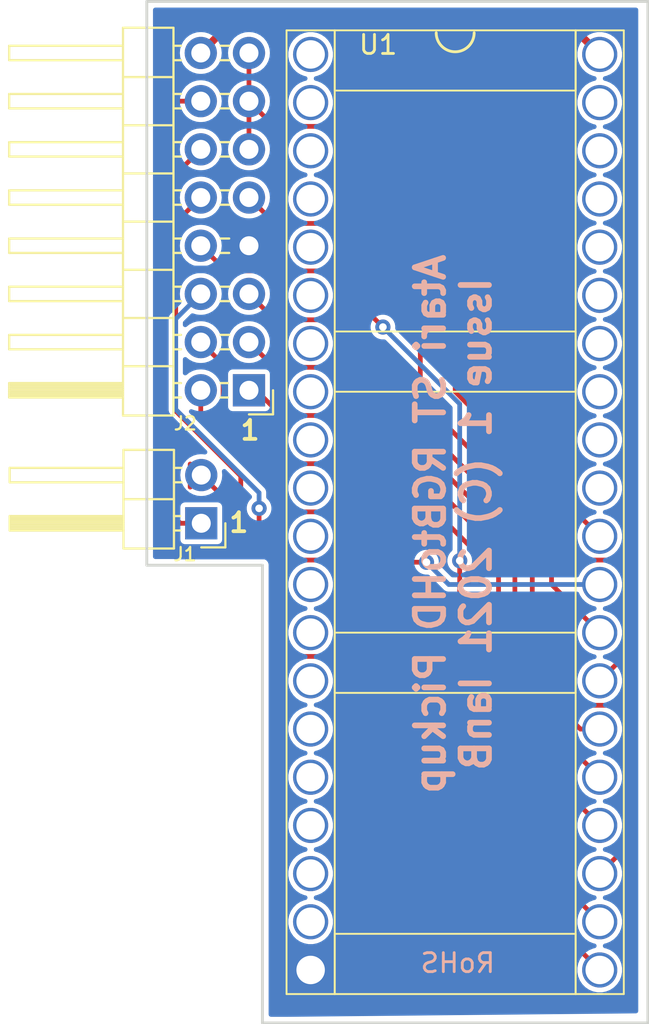
<source format=kicad_pcb>
(kicad_pcb (version 20171130) (host pcbnew "(5.1.4)-1")

  (general
    (thickness 1.6)
    (drawings 10)
    (tracks 126)
    (zones 0)
    (modules 3)
    (nets 43)
  )

  (page A4)
  (layers
    (0 F.Cu signal)
    (31 B.Cu signal hide)
    (32 B.Adhes user hide)
    (33 F.Adhes user hide)
    (34 B.Paste user hide)
    (35 F.Paste user hide)
    (36 B.SilkS user)
    (37 F.SilkS user)
    (38 B.Mask user hide)
    (39 F.Mask user hide)
    (40 Dwgs.User user hide)
    (41 Cmts.User user hide)
    (42 Eco1.User user hide)
    (43 Eco2.User user hide)
    (44 Edge.Cuts user)
    (45 Margin user hide)
    (46 B.CrtYd user hide)
    (47 F.CrtYd user hide)
    (48 B.Fab user hide)
    (49 F.Fab user hide)
  )

  (setup
    (last_trace_width 0.25)
    (user_trace_width 0.4)
    (trace_clearance 0.2)
    (zone_clearance 0.25)
    (zone_45_only no)
    (trace_min 0.2)
    (via_size 0.8)
    (via_drill 0.4)
    (via_min_size 0.4)
    (via_min_drill 0.3)
    (uvia_size 0.3)
    (uvia_drill 0.1)
    (uvias_allowed no)
    (uvia_min_size 0.2)
    (uvia_min_drill 0.1)
    (edge_width 0.15)
    (segment_width 0.2)
    (pcb_text_width 0.3)
    (pcb_text_size 1.5 1.5)
    (mod_edge_width 0.15)
    (mod_text_size 1 1)
    (mod_text_width 0.15)
    (pad_size 1.8542 1.8542)
    (pad_drill 1.5)
    (pad_to_mask_clearance 0.2)
    (aux_axis_origin 0 0)
    (visible_elements 7FFDF7FF)
    (pcbplotparams
      (layerselection 0x010f0_ffffffff)
      (usegerberextensions false)
      (usegerberattributes false)
      (usegerberadvancedattributes false)
      (creategerberjobfile false)
      (excludeedgelayer true)
      (linewidth 0.100000)
      (plotframeref false)
      (viasonmask false)
      (mode 1)
      (useauxorigin false)
      (hpglpennumber 1)
      (hpglpenspeed 20)
      (hpglpendiameter 15.000000)
      (psnegative false)
      (psa4output false)
      (plotreference true)
      (plotvalue false)
      (plotinvisibletext false)
      (padsonsilk false)
      (subtractmaskfromsilk false)
      (outputformat 1)
      (mirror false)
      (drillshape 0)
      (scaleselection 1)
      (outputdirectory "gerber/"))
  )

  (net 0 "")
  (net 1 GND)
  (net 2 "Net-(U1-Pad39)")
  (net 3 "Net-(U1-Pad38)")
  (net 4 "Net-(U1-Pad37)")
  (net 5 "Net-(U1-Pad36)")
  (net 6 "Net-(U1-Pad35)")
  (net 7 "Net-(U1-Pad34)")
  (net 8 "Net-(U1-Pad33)")
  (net 9 "Net-(U1-Pad32)")
  (net 10 "Net-(U1-Pad31)")
  (net 11 "Net-(U1-Pad19)")
  (net 12 "Net-(U1-Pad18)")
  (net 13 "Net-(U1-Pad17)")
  (net 14 "Net-(U1-Pad16)")
  (net 15 "Net-(U1-Pad15)")
  (net 16 "Net-(U1-Pad14)")
  (net 17 "Net-(U1-Pad13)")
  (net 18 "Net-(U1-Pad12)")
  (net 19 "Net-(U1-Pad11)")
  (net 20 "Net-(U1-Pad9)")
  (net 21 "Net-(U1-Pad8)")
  (net 22 "Net-(U1-Pad7)")
  (net 23 "Net-(U1-Pad6)")
  (net 24 "Net-(U1-Pad5)")
  (net 25 "Net-(U1-Pad4)")
  (net 26 "Net-(U1-Pad3)")
  (net 27 "Net-(U1-Pad2)")
  (net 28 "Net-(U1-Pad1)")
  (net 29 "Net-(U1-Pad10)")
  (net 30 SYNC)
  (net 31 VSYNC)
  (net 32 G0)
  (net 33 R0)
  (net 34 B0)
  (net 35 G1)
  (net 36 R1)
  (net 37 B1)
  (net 38 G2)
  (net 39 R2)
  (net 40 B2)
  (net 41 B3)
  (net 42 VCC)

  (net_class Default "Dies ist die voreingestellte Netzklasse."
    (clearance 0.2)
    (trace_width 0.25)
    (via_dia 0.8)
    (via_drill 0.4)
    (uvia_dia 0.3)
    (uvia_drill 0.1)
    (add_net B0)
    (add_net B1)
    (add_net B2)
    (add_net B3)
    (add_net G0)
    (add_net G1)
    (add_net G2)
    (add_net GND)
    (add_net "Net-(U1-Pad1)")
    (add_net "Net-(U1-Pad10)")
    (add_net "Net-(U1-Pad11)")
    (add_net "Net-(U1-Pad12)")
    (add_net "Net-(U1-Pad13)")
    (add_net "Net-(U1-Pad14)")
    (add_net "Net-(U1-Pad15)")
    (add_net "Net-(U1-Pad16)")
    (add_net "Net-(U1-Pad17)")
    (add_net "Net-(U1-Pad18)")
    (add_net "Net-(U1-Pad19)")
    (add_net "Net-(U1-Pad2)")
    (add_net "Net-(U1-Pad3)")
    (add_net "Net-(U1-Pad31)")
    (add_net "Net-(U1-Pad32)")
    (add_net "Net-(U1-Pad33)")
    (add_net "Net-(U1-Pad34)")
    (add_net "Net-(U1-Pad35)")
    (add_net "Net-(U1-Pad36)")
    (add_net "Net-(U1-Pad37)")
    (add_net "Net-(U1-Pad38)")
    (add_net "Net-(U1-Pad39)")
    (add_net "Net-(U1-Pad4)")
    (add_net "Net-(U1-Pad5)")
    (add_net "Net-(U1-Pad6)")
    (add_net "Net-(U1-Pad7)")
    (add_net "Net-(U1-Pad8)")
    (add_net "Net-(U1-Pad9)")
    (add_net R0)
    (add_net R1)
    (add_net R2)
    (add_net SYNC)
    (add_net VCC)
    (add_net VSYNC)
  )

  (module footprints:socket_embedded_40pin (layer F.Cu) (tedit 60039BBA) (tstamp 5CE5AA8D)
    (at 142.24 78.74 270)
    (path /5B7FD182)
    (fp_text reference U1 (at -23.368 4.064) (layer F.SilkS)
      (effects (font (size 1 1) (thickness 0.15)))
    )
    (fp_text value SHIFTER (at 24.765 0) (layer F.Fab)
      (effects (font (size 1 1) (thickness 0.15)))
    )
    (fp_line (start 26.67 -8.89) (end -24.13 -8.89) (layer F.SilkS) (width 0.1))
    (fp_line (start 26.67 -6.35) (end 26.67 -8.89) (layer F.SilkS) (width 0.1))
    (fp_line (start -24.13 -6.35) (end 26.67 -6.35) (layer F.SilkS) (width 0.1))
    (fp_line (start -24.13 -8.89) (end -24.13 -6.35) (layer F.SilkS) (width 0.1))
    (fp_line (start 26.67 6.35) (end -24.13 6.35) (layer F.SilkS) (width 0.1))
    (fp_line (start 26.67 8.89) (end 26.67 6.35) (layer F.SilkS) (width 0.1))
    (fp_line (start -24.13 8.89) (end 26.67 8.89) (layer F.SilkS) (width 0.1))
    (fp_line (start -24.13 6.35) (end -24.13 8.89) (layer F.SilkS) (width 0.1))
    (fp_line (start -24.13 -6.35) (end -20.955 -6.35) (layer F.SilkS) (width 0.1))
    (fp_line (start -24.13 6.35) (end -24.13 -6.35) (layer F.SilkS) (width 0.1))
    (fp_line (start -20.955 6.35) (end -24.13 6.35) (layer F.SilkS) (width 0.1))
    (fp_line (start -20.955 -6.35) (end -20.955 6.35) (layer F.SilkS) (width 0.1))
    (fp_line (start -24.13 -6.35) (end -20.955 -6.35) (layer F.SilkS) (width 0.1))
    (fp_line (start 26.67 6.35) (end 26.67 -6.35) (layer F.SilkS) (width 0.1))
    (fp_line (start 23.495 6.35) (end 26.67 6.35) (layer F.SilkS) (width 0.1))
    (fp_line (start 23.495 -6.35) (end 23.495 6.35) (layer F.SilkS) (width 0.1))
    (fp_line (start 26.67 -6.35) (end 23.495 -6.35) (layer F.SilkS) (width 0.1))
    (fp_line (start -8.255 -6.35) (end -5.08 -6.35) (layer F.SilkS) (width 0.1))
    (fp_line (start -8.255 6.35) (end -8.255 -6.35) (layer F.SilkS) (width 0.1))
    (fp_line (start -5.08 6.35) (end -8.255 6.35) (layer F.SilkS) (width 0.1))
    (fp_line (start -5.08 -6.35) (end -5.08 6.35) (layer F.SilkS) (width 0.1))
    (fp_line (start 10.795 -6.35) (end 7.62 -6.35) (layer F.SilkS) (width 0.1))
    (fp_line (start 10.795 6.35) (end 10.795 -6.35) (layer F.SilkS) (width 0.1))
    (fp_line (start 7.62 6.35) (end 10.795 6.35) (layer F.SilkS) (width 0.1))
    (fp_line (start 7.62 -6.35) (end 7.62 6.35) (layer F.SilkS) (width 0.1))
    (fp_arc (start -24 0) (end -24 1) (angle -180) (layer F.SilkS) (width 0.15))
    (pad 40 thru_hole circle (at -22.86 -7.62 270) (size 1.8542 1.8542) (drill 1.5) (layers *.Cu *.Mask)
      (net 42 VCC))
    (pad 39 thru_hole circle (at -20.32 -7.62 270) (size 1.8542 1.8542) (drill 1.5) (layers *.Cu *.Mask)
      (net 2 "Net-(U1-Pad39)"))
    (pad 38 thru_hole circle (at -17.78 -7.62 270) (size 1.8542 1.8542) (drill 1.5) (layers *.Cu *.Mask)
      (net 3 "Net-(U1-Pad38)"))
    (pad 37 thru_hole circle (at -15.24 -7.62 270) (size 1.8542 1.8542) (drill 1.5) (layers *.Cu *.Mask)
      (net 4 "Net-(U1-Pad37)"))
    (pad 36 thru_hole circle (at -12.7 -7.62 270) (size 1.8542 1.8542) (drill 1.5) (layers *.Cu *.Mask)
      (net 5 "Net-(U1-Pad36)"))
    (pad 35 thru_hole circle (at -10.16 -7.62 270) (size 1.8542 1.8542) (drill 1.5) (layers *.Cu *.Mask)
      (net 6 "Net-(U1-Pad35)"))
    (pad 34 thru_hole circle (at -7.62 -7.62 270) (size 1.8542 1.8542) (drill 1.5) (layers *.Cu *.Mask)
      (net 7 "Net-(U1-Pad34)"))
    (pad 33 thru_hole circle (at -5.08 -7.62 270) (size 1.8542 1.8542) (drill 1.5) (layers *.Cu *.Mask)
      (net 8 "Net-(U1-Pad33)"))
    (pad 32 thru_hole circle (at -2.54 -7.62 270) (size 1.8542 1.8542) (drill 1.5) (layers *.Cu *.Mask)
      (net 9 "Net-(U1-Pad32)"))
    (pad 31 thru_hole circle (at 0 -7.62 270) (size 1.8542 1.8542) (drill 1.5) (layers *.Cu *.Mask)
      (net 10 "Net-(U1-Pad31)"))
    (pad 30 thru_hole circle (at 2.54 -7.62 270) (size 1.8542 1.8542) (drill 1.5) (layers *.Cu *.Mask)
      (net 41 B3))
    (pad 29 thru_hole circle (at 5.08 -7.62 270) (size 1.8542 1.8542) (drill 1.5) (layers *.Cu *.Mask)
      (net 33 R0))
    (pad 28 thru_hole circle (at 7.62 -7.62 270) (size 1.8542 1.8542) (drill 1.5) (layers *.Cu *.Mask)
      (net 36 R1))
    (pad 27 thru_hole circle (at 10.16 -7.62 270) (size 1.8542 1.8542) (drill 1.5) (layers *.Cu *.Mask)
      (net 39 R2))
    (pad 26 thru_hole circle (at 12.7 -7.62 270) (size 1.8542 1.8542) (drill 1.5) (layers *.Cu *.Mask)
      (net 32 G0))
    (pad 25 thru_hole circle (at 15.24 -7.62 270) (size 1.8542 1.8542) (drill 1.5) (layers *.Cu *.Mask)
      (net 35 G1))
    (pad 24 thru_hole circle (at 17.78 -7.62 270) (size 1.8542 1.8542) (drill 1.5) (layers *.Cu *.Mask)
      (net 38 G2))
    (pad 23 thru_hole circle (at 20.32 -7.62 270) (size 1.8542 1.8542) (drill 1.5) (layers *.Cu *.Mask)
      (net 34 B0))
    (pad 22 thru_hole circle (at 22.86 -7.62 270) (size 1.8542 1.8542) (drill 1.5) (layers *.Cu *.Mask)
      (net 37 B1))
    (pad 21 thru_hole circle (at 25.4 -7.62 270) (size 1.8542 1.8542) (drill 1.5) (layers *.Cu *.Mask)
      (net 40 B2))
    (pad 20 thru_hole circle (at 25.4 7.62 270) (size 1.8542 1.8542) (drill 1.5) (layers *.Cu *.Mask)
      (net 1 GND))
    (pad 19 thru_hole circle (at 22.86 7.62 270) (size 1.8542 1.8542) (drill 1.5) (layers *.Cu *.Mask)
      (net 11 "Net-(U1-Pad19)"))
    (pad 18 thru_hole circle (at 20.32 7.62 270) (size 1.8542 1.8542) (drill 1.5) (layers *.Cu *.Mask)
      (net 12 "Net-(U1-Pad18)"))
    (pad 17 thru_hole circle (at 17.78 7.62 270) (size 1.8542 1.8542) (drill 1.5) (layers *.Cu *.Mask)
      (net 13 "Net-(U1-Pad17)"))
    (pad 16 thru_hole circle (at 15.24 7.62 270) (size 1.8542 1.8542) (drill 1.5) (layers *.Cu *.Mask)
      (net 14 "Net-(U1-Pad16)"))
    (pad 15 thru_hole circle (at 12.7 7.62 270) (size 1.8542 1.8542) (drill 1.5) (layers *.Cu *.Mask)
      (net 15 "Net-(U1-Pad15)"))
    (pad 14 thru_hole circle (at 10.16 7.62 270) (size 1.8542 1.8542) (drill 1.5) (layers *.Cu *.Mask)
      (net 16 "Net-(U1-Pad14)"))
    (pad 13 thru_hole circle (at 7.62 7.62 270) (size 1.8542 1.8542) (drill 1.5) (layers *.Cu *.Mask)
      (net 17 "Net-(U1-Pad13)"))
    (pad 12 thru_hole circle (at 5.08 7.62 270) (size 1.8542 1.8542) (drill 1.5) (layers *.Cu *.Mask)
      (net 18 "Net-(U1-Pad12)"))
    (pad 11 thru_hole circle (at 2.54 7.62 270) (size 1.8542 1.8542) (drill 1.5) (layers *.Cu *.Mask)
      (net 19 "Net-(U1-Pad11)"))
    (pad 9 thru_hole circle (at -2.54 7.62 270) (size 1.8542 1.8542) (drill 1.5) (layers *.Cu *.Mask)
      (net 20 "Net-(U1-Pad9)"))
    (pad 8 thru_hole circle (at -5.08 7.62 270) (size 1.8542 1.8542) (drill 1.5) (layers *.Cu *.Mask)
      (net 21 "Net-(U1-Pad8)"))
    (pad 7 thru_hole circle (at -7.62 7.62 270) (size 1.8542 1.8542) (drill 1.5) (layers *.Cu *.Mask)
      (net 22 "Net-(U1-Pad7)"))
    (pad 6 thru_hole circle (at -10.16 7.62 270) (size 1.8542 1.8542) (drill 1.5) (layers *.Cu *.Mask)
      (net 23 "Net-(U1-Pad6)"))
    (pad 5 thru_hole circle (at -12.7 7.62 270) (size 1.8542 1.8542) (drill 1.5) (layers *.Cu *.Mask)
      (net 24 "Net-(U1-Pad5)"))
    (pad 4 thru_hole circle (at -15.24 7.62 270) (size 1.8542 1.8542) (drill 1.5) (layers *.Cu *.Mask)
      (net 25 "Net-(U1-Pad4)"))
    (pad 3 thru_hole circle (at -17.78 7.62 270) (size 1.8542 1.8542) (drill 1.5) (layers *.Cu *.Mask)
      (net 26 "Net-(U1-Pad3)"))
    (pad 2 thru_hole circle (at -20.32 7.62 270) (size 1.8542 1.8542) (drill 1.5) (layers *.Cu *.Mask)
      (net 27 "Net-(U1-Pad2)"))
    (pad 1 thru_hole circle (at -22.86 7.62 270) (size 1.8542 1.8542) (drill 1.5) (layers *.Cu *.Mask)
      (net 28 "Net-(U1-Pad1)"))
    (pad 10 thru_hole circle (at 0 7.62 270) (size 1.8542 1.8542) (drill 1.5) (layers *.Cu *.Mask)
      (net 29 "Net-(U1-Pad10)"))
  )

  (module Connector_PinHeader_2.54mm:PinHeader_2x08_P2.54mm_Horizontal (layer F.Cu) (tedit 59FED5CB) (tstamp 6003EB86)
    (at 131.3688 73.5838 180)
    (descr "Through hole angled pin header, 2x08, 2.54mm pitch, 6mm pin length, double rows")
    (tags "Through hole angled pin header THT 2x08 2.54mm double row")
    (path /60090BEB)
    (fp_text reference J2 (at 3.35534 -1.74752) (layer F.SilkS)
      (effects (font (size 0.7 0.7) (thickness 0.12)))
    )
    (fp_text value Conn_02x08_Odd_Even (at 5.655 20.05) (layer F.Fab)
      (effects (font (size 1 1) (thickness 0.15)))
    )
    (fp_line (start 4.675 -1.27) (end 6.58 -1.27) (layer F.Fab) (width 0.1))
    (fp_line (start 6.58 -1.27) (end 6.58 19.05) (layer F.Fab) (width 0.1))
    (fp_line (start 6.58 19.05) (end 4.04 19.05) (layer F.Fab) (width 0.1))
    (fp_line (start 4.04 19.05) (end 4.04 -0.635) (layer F.Fab) (width 0.1))
    (fp_line (start 4.04 -0.635) (end 4.675 -1.27) (layer F.Fab) (width 0.1))
    (fp_line (start -0.32 -0.32) (end 4.04 -0.32) (layer F.Fab) (width 0.1))
    (fp_line (start -0.32 -0.32) (end -0.32 0.32) (layer F.Fab) (width 0.1))
    (fp_line (start -0.32 0.32) (end 4.04 0.32) (layer F.Fab) (width 0.1))
    (fp_line (start 6.58 -0.32) (end 12.58 -0.32) (layer F.Fab) (width 0.1))
    (fp_line (start 12.58 -0.32) (end 12.58 0.32) (layer F.Fab) (width 0.1))
    (fp_line (start 6.58 0.32) (end 12.58 0.32) (layer F.Fab) (width 0.1))
    (fp_line (start -0.32 2.22) (end 4.04 2.22) (layer F.Fab) (width 0.1))
    (fp_line (start -0.32 2.22) (end -0.32 2.86) (layer F.Fab) (width 0.1))
    (fp_line (start -0.32 2.86) (end 4.04 2.86) (layer F.Fab) (width 0.1))
    (fp_line (start 6.58 2.22) (end 12.58 2.22) (layer F.Fab) (width 0.1))
    (fp_line (start 12.58 2.22) (end 12.58 2.86) (layer F.Fab) (width 0.1))
    (fp_line (start 6.58 2.86) (end 12.58 2.86) (layer F.Fab) (width 0.1))
    (fp_line (start -0.32 4.76) (end 4.04 4.76) (layer F.Fab) (width 0.1))
    (fp_line (start -0.32 4.76) (end -0.32 5.4) (layer F.Fab) (width 0.1))
    (fp_line (start -0.32 5.4) (end 4.04 5.4) (layer F.Fab) (width 0.1))
    (fp_line (start 6.58 4.76) (end 12.58 4.76) (layer F.Fab) (width 0.1))
    (fp_line (start 12.58 4.76) (end 12.58 5.4) (layer F.Fab) (width 0.1))
    (fp_line (start 6.58 5.4) (end 12.58 5.4) (layer F.Fab) (width 0.1))
    (fp_line (start -0.32 7.3) (end 4.04 7.3) (layer F.Fab) (width 0.1))
    (fp_line (start -0.32 7.3) (end -0.32 7.94) (layer F.Fab) (width 0.1))
    (fp_line (start -0.32 7.94) (end 4.04 7.94) (layer F.Fab) (width 0.1))
    (fp_line (start 6.58 7.3) (end 12.58 7.3) (layer F.Fab) (width 0.1))
    (fp_line (start 12.58 7.3) (end 12.58 7.94) (layer F.Fab) (width 0.1))
    (fp_line (start 6.58 7.94) (end 12.58 7.94) (layer F.Fab) (width 0.1))
    (fp_line (start -0.32 9.84) (end 4.04 9.84) (layer F.Fab) (width 0.1))
    (fp_line (start -0.32 9.84) (end -0.32 10.48) (layer F.Fab) (width 0.1))
    (fp_line (start -0.32 10.48) (end 4.04 10.48) (layer F.Fab) (width 0.1))
    (fp_line (start 6.58 9.84) (end 12.58 9.84) (layer F.Fab) (width 0.1))
    (fp_line (start 12.58 9.84) (end 12.58 10.48) (layer F.Fab) (width 0.1))
    (fp_line (start 6.58 10.48) (end 12.58 10.48) (layer F.Fab) (width 0.1))
    (fp_line (start -0.32 12.38) (end 4.04 12.38) (layer F.Fab) (width 0.1))
    (fp_line (start -0.32 12.38) (end -0.32 13.02) (layer F.Fab) (width 0.1))
    (fp_line (start -0.32 13.02) (end 4.04 13.02) (layer F.Fab) (width 0.1))
    (fp_line (start 6.58 12.38) (end 12.58 12.38) (layer F.Fab) (width 0.1))
    (fp_line (start 12.58 12.38) (end 12.58 13.02) (layer F.Fab) (width 0.1))
    (fp_line (start 6.58 13.02) (end 12.58 13.02) (layer F.Fab) (width 0.1))
    (fp_line (start -0.32 14.92) (end 4.04 14.92) (layer F.Fab) (width 0.1))
    (fp_line (start -0.32 14.92) (end -0.32 15.56) (layer F.Fab) (width 0.1))
    (fp_line (start -0.32 15.56) (end 4.04 15.56) (layer F.Fab) (width 0.1))
    (fp_line (start 6.58 14.92) (end 12.58 14.92) (layer F.Fab) (width 0.1))
    (fp_line (start 12.58 14.92) (end 12.58 15.56) (layer F.Fab) (width 0.1))
    (fp_line (start 6.58 15.56) (end 12.58 15.56) (layer F.Fab) (width 0.1))
    (fp_line (start -0.32 17.46) (end 4.04 17.46) (layer F.Fab) (width 0.1))
    (fp_line (start -0.32 17.46) (end -0.32 18.1) (layer F.Fab) (width 0.1))
    (fp_line (start -0.32 18.1) (end 4.04 18.1) (layer F.Fab) (width 0.1))
    (fp_line (start 6.58 17.46) (end 12.58 17.46) (layer F.Fab) (width 0.1))
    (fp_line (start 12.58 17.46) (end 12.58 18.1) (layer F.Fab) (width 0.1))
    (fp_line (start 6.58 18.1) (end 12.58 18.1) (layer F.Fab) (width 0.1))
    (fp_line (start 3.98 -1.33) (end 3.98 19.11) (layer F.SilkS) (width 0.12))
    (fp_line (start 3.98 19.11) (end 6.64 19.11) (layer F.SilkS) (width 0.12))
    (fp_line (start 6.64 19.11) (end 6.64 -1.33) (layer F.SilkS) (width 0.12))
    (fp_line (start 6.64 -1.33) (end 3.98 -1.33) (layer F.SilkS) (width 0.12))
    (fp_line (start 6.64 -0.38) (end 12.64 -0.38) (layer F.SilkS) (width 0.12))
    (fp_line (start 12.64 -0.38) (end 12.64 0.38) (layer F.SilkS) (width 0.12))
    (fp_line (start 12.64 0.38) (end 6.64 0.38) (layer F.SilkS) (width 0.12))
    (fp_line (start 6.64 -0.32) (end 12.64 -0.32) (layer F.SilkS) (width 0.12))
    (fp_line (start 6.64 -0.2) (end 12.64 -0.2) (layer F.SilkS) (width 0.12))
    (fp_line (start 6.64 -0.08) (end 12.64 -0.08) (layer F.SilkS) (width 0.12))
    (fp_line (start 6.64 0.04) (end 12.64 0.04) (layer F.SilkS) (width 0.12))
    (fp_line (start 6.64 0.16) (end 12.64 0.16) (layer F.SilkS) (width 0.12))
    (fp_line (start 6.64 0.28) (end 12.64 0.28) (layer F.SilkS) (width 0.12))
    (fp_line (start 3.582929 -0.38) (end 3.98 -0.38) (layer F.SilkS) (width 0.12))
    (fp_line (start 3.582929 0.38) (end 3.98 0.38) (layer F.SilkS) (width 0.12))
    (fp_line (start 1.11 -0.38) (end 1.497071 -0.38) (layer F.SilkS) (width 0.12))
    (fp_line (start 1.11 0.38) (end 1.497071 0.38) (layer F.SilkS) (width 0.12))
    (fp_line (start 3.98 1.27) (end 6.64 1.27) (layer F.SilkS) (width 0.12))
    (fp_line (start 6.64 2.16) (end 12.64 2.16) (layer F.SilkS) (width 0.12))
    (fp_line (start 12.64 2.16) (end 12.64 2.92) (layer F.SilkS) (width 0.12))
    (fp_line (start 12.64 2.92) (end 6.64 2.92) (layer F.SilkS) (width 0.12))
    (fp_line (start 3.582929 2.16) (end 3.98 2.16) (layer F.SilkS) (width 0.12))
    (fp_line (start 3.582929 2.92) (end 3.98 2.92) (layer F.SilkS) (width 0.12))
    (fp_line (start 1.042929 2.16) (end 1.497071 2.16) (layer F.SilkS) (width 0.12))
    (fp_line (start 1.042929 2.92) (end 1.497071 2.92) (layer F.SilkS) (width 0.12))
    (fp_line (start 3.98 3.81) (end 6.64 3.81) (layer F.SilkS) (width 0.12))
    (fp_line (start 6.64 4.7) (end 12.64 4.7) (layer F.SilkS) (width 0.12))
    (fp_line (start 12.64 4.7) (end 12.64 5.46) (layer F.SilkS) (width 0.12))
    (fp_line (start 12.64 5.46) (end 6.64 5.46) (layer F.SilkS) (width 0.12))
    (fp_line (start 3.582929 4.7) (end 3.98 4.7) (layer F.SilkS) (width 0.12))
    (fp_line (start 3.582929 5.46) (end 3.98 5.46) (layer F.SilkS) (width 0.12))
    (fp_line (start 1.042929 4.7) (end 1.497071 4.7) (layer F.SilkS) (width 0.12))
    (fp_line (start 1.042929 5.46) (end 1.497071 5.46) (layer F.SilkS) (width 0.12))
    (fp_line (start 3.98 6.35) (end 6.64 6.35) (layer F.SilkS) (width 0.12))
    (fp_line (start 6.64 7.24) (end 12.64 7.24) (layer F.SilkS) (width 0.12))
    (fp_line (start 12.64 7.24) (end 12.64 8) (layer F.SilkS) (width 0.12))
    (fp_line (start 12.64 8) (end 6.64 8) (layer F.SilkS) (width 0.12))
    (fp_line (start 3.582929 7.24) (end 3.98 7.24) (layer F.SilkS) (width 0.12))
    (fp_line (start 3.582929 8) (end 3.98 8) (layer F.SilkS) (width 0.12))
    (fp_line (start 1.042929 7.24) (end 1.497071 7.24) (layer F.SilkS) (width 0.12))
    (fp_line (start 1.042929 8) (end 1.497071 8) (layer F.SilkS) (width 0.12))
    (fp_line (start 3.98 8.89) (end 6.64 8.89) (layer F.SilkS) (width 0.12))
    (fp_line (start 6.64 9.78) (end 12.64 9.78) (layer F.SilkS) (width 0.12))
    (fp_line (start 12.64 9.78) (end 12.64 10.54) (layer F.SilkS) (width 0.12))
    (fp_line (start 12.64 10.54) (end 6.64 10.54) (layer F.SilkS) (width 0.12))
    (fp_line (start 3.582929 9.78) (end 3.98 9.78) (layer F.SilkS) (width 0.12))
    (fp_line (start 3.582929 10.54) (end 3.98 10.54) (layer F.SilkS) (width 0.12))
    (fp_line (start 1.042929 9.78) (end 1.497071 9.78) (layer F.SilkS) (width 0.12))
    (fp_line (start 1.042929 10.54) (end 1.497071 10.54) (layer F.SilkS) (width 0.12))
    (fp_line (start 3.98 11.43) (end 6.64 11.43) (layer F.SilkS) (width 0.12))
    (fp_line (start 6.64 12.32) (end 12.64 12.32) (layer F.SilkS) (width 0.12))
    (fp_line (start 12.64 12.32) (end 12.64 13.08) (layer F.SilkS) (width 0.12))
    (fp_line (start 12.64 13.08) (end 6.64 13.08) (layer F.SilkS) (width 0.12))
    (fp_line (start 3.582929 12.32) (end 3.98 12.32) (layer F.SilkS) (width 0.12))
    (fp_line (start 3.582929 13.08) (end 3.98 13.08) (layer F.SilkS) (width 0.12))
    (fp_line (start 1.042929 12.32) (end 1.497071 12.32) (layer F.SilkS) (width 0.12))
    (fp_line (start 1.042929 13.08) (end 1.497071 13.08) (layer F.SilkS) (width 0.12))
    (fp_line (start 3.98 13.97) (end 6.64 13.97) (layer F.SilkS) (width 0.12))
    (fp_line (start 6.64 14.86) (end 12.64 14.86) (layer F.SilkS) (width 0.12))
    (fp_line (start 12.64 14.86) (end 12.64 15.62) (layer F.SilkS) (width 0.12))
    (fp_line (start 12.64 15.62) (end 6.64 15.62) (layer F.SilkS) (width 0.12))
    (fp_line (start 3.582929 14.86) (end 3.98 14.86) (layer F.SilkS) (width 0.12))
    (fp_line (start 3.582929 15.62) (end 3.98 15.62) (layer F.SilkS) (width 0.12))
    (fp_line (start 1.042929 14.86) (end 1.497071 14.86) (layer F.SilkS) (width 0.12))
    (fp_line (start 1.042929 15.62) (end 1.497071 15.62) (layer F.SilkS) (width 0.12))
    (fp_line (start 3.98 16.51) (end 6.64 16.51) (layer F.SilkS) (width 0.12))
    (fp_line (start 6.64 17.4) (end 12.64 17.4) (layer F.SilkS) (width 0.12))
    (fp_line (start 12.64 17.4) (end 12.64 18.16) (layer F.SilkS) (width 0.12))
    (fp_line (start 12.64 18.16) (end 6.64 18.16) (layer F.SilkS) (width 0.12))
    (fp_line (start 3.582929 17.4) (end 3.98 17.4) (layer F.SilkS) (width 0.12))
    (fp_line (start 3.582929 18.16) (end 3.98 18.16) (layer F.SilkS) (width 0.12))
    (fp_line (start 1.042929 17.4) (end 1.497071 17.4) (layer F.SilkS) (width 0.12))
    (fp_line (start 1.042929 18.16) (end 1.497071 18.16) (layer F.SilkS) (width 0.12))
    (fp_line (start -1.27 0) (end -1.27 -1.27) (layer F.SilkS) (width 0.12))
    (fp_line (start -1.27 -1.27) (end 0 -1.27) (layer F.SilkS) (width 0.12))
    (fp_line (start -1.8 -1.8) (end -1.8 19.55) (layer F.CrtYd) (width 0.05))
    (fp_line (start -1.8 19.55) (end 13.1 19.55) (layer F.CrtYd) (width 0.05))
    (fp_line (start 13.1 19.55) (end 13.1 -1.8) (layer F.CrtYd) (width 0.05))
    (fp_line (start 13.1 -1.8) (end -1.8 -1.8) (layer F.CrtYd) (width 0.05))
    (fp_text user %R (at 5.31 8.89 90) (layer F.Fab)
      (effects (font (size 1 1) (thickness 0.15)))
    )
    (pad 1 thru_hole rect (at 0 0 180) (size 1.7 1.7) (drill 1) (layers *.Cu *.Mask)
      (net 32 G0))
    (pad 2 thru_hole oval (at 2.54 0 180) (size 1.7 1.7) (drill 1) (layers *.Cu *.Mask)
      (net 33 R0))
    (pad 3 thru_hole oval (at 0 2.54 180) (size 1.7 1.7) (drill 1) (layers *.Cu *.Mask)
      (net 34 B0))
    (pad 4 thru_hole oval (at 2.54 2.54 180) (size 1.7 1.7) (drill 1) (layers *.Cu *.Mask)
      (net 35 G1))
    (pad 5 thru_hole oval (at 0 5.08 180) (size 1.7 1.7) (drill 1) (layers *.Cu *.Mask)
      (net 36 R1))
    (pad 6 thru_hole oval (at 2.54 5.08 180) (size 1.7 1.7) (drill 1) (layers *.Cu *.Mask)
      (net 37 B1))
    (pad 7 thru_hole oval (at 0 7.62 180) (size 1.7 1.7) (drill 1) (layers *.Cu *.Mask)
      (net 1 GND))
    (pad 8 thru_hole oval (at 2.54 7.62 180) (size 1.7 1.7) (drill 1) (layers *.Cu *.Mask)
      (net 38 G2))
    (pad 9 thru_hole oval (at 0 10.16 180) (size 1.7 1.7) (drill 1) (layers *.Cu *.Mask)
      (net 39 R2))
    (pad 10 thru_hole oval (at 2.54 10.16 180) (size 1.7 1.7) (drill 1) (layers *.Cu *.Mask)
      (net 40 B2))
    (pad 11 thru_hole oval (at 0 12.7 180) (size 1.7 1.7) (drill 1) (layers *.Cu *.Mask)
      (net 41 B3))
    (pad 12 thru_hole oval (at 2.54 12.7 180) (size 1.7 1.7) (drill 1) (layers *.Cu *.Mask)
      (net 30 SYNC))
    (pad 13 thru_hole oval (at 0 15.24 180) (size 1.7 1.7) (drill 1) (layers *.Cu *.Mask)
      (net 41 B3))
    (pad 14 thru_hole oval (at 2.54 15.24 180) (size 1.7 1.7) (drill 1) (layers *.Cu *.Mask)
      (net 31 VSYNC))
    (pad 15 thru_hole oval (at 0 17.78 180) (size 1.7 1.7) (drill 1) (layers *.Cu *.Mask)
      (net 41 B3))
    (pad 16 thru_hole oval (at 2.54 17.78 180) (size 1.7 1.7) (drill 1) (layers *.Cu *.Mask)
      (net 42 VCC))
    (model ${KISYS3DMOD}/Connector_PinHeader_2.54mm.3dshapes/PinHeader_2x08_P2.54mm_Horizontal.wrl
      (at (xyz 0 0 0))
      (scale (xyz 1 1 1))
      (rotate (xyz 0 0 0))
    )
  )

  (module Connector_PinHeader_2.54mm:PinHeader_1x02_P2.54mm_Horizontal (layer F.Cu) (tedit 59FED5CB) (tstamp 6003F098)
    (at 128.8542 80.5942 180)
    (descr "Through hole angled pin header, 1x02, 2.54mm pitch, 6mm pin length, single row")
    (tags "Through hole angled pin header THT 1x02 2.54mm single row")
    (path /60099CF0)
    (fp_text reference J1 (at 0.85344 -1.63322) (layer F.SilkS)
      (effects (font (size 0.7 0.7) (thickness 0.12)))
    )
    (fp_text value Conn_01x02 (at 4.385 4.81) (layer F.Fab)
      (effects (font (size 1 1) (thickness 0.15)))
    )
    (fp_line (start 2.135 -1.27) (end 4.04 -1.27) (layer F.Fab) (width 0.1))
    (fp_line (start 4.04 -1.27) (end 4.04 3.81) (layer F.Fab) (width 0.1))
    (fp_line (start 4.04 3.81) (end 1.5 3.81) (layer F.Fab) (width 0.1))
    (fp_line (start 1.5 3.81) (end 1.5 -0.635) (layer F.Fab) (width 0.1))
    (fp_line (start 1.5 -0.635) (end 2.135 -1.27) (layer F.Fab) (width 0.1))
    (fp_line (start -0.32 -0.32) (end 1.5 -0.32) (layer F.Fab) (width 0.1))
    (fp_line (start -0.32 -0.32) (end -0.32 0.32) (layer F.Fab) (width 0.1))
    (fp_line (start -0.32 0.32) (end 1.5 0.32) (layer F.Fab) (width 0.1))
    (fp_line (start 4.04 -0.32) (end 10.04 -0.32) (layer F.Fab) (width 0.1))
    (fp_line (start 10.04 -0.32) (end 10.04 0.32) (layer F.Fab) (width 0.1))
    (fp_line (start 4.04 0.32) (end 10.04 0.32) (layer F.Fab) (width 0.1))
    (fp_line (start -0.32 2.22) (end 1.5 2.22) (layer F.Fab) (width 0.1))
    (fp_line (start -0.32 2.22) (end -0.32 2.86) (layer F.Fab) (width 0.1))
    (fp_line (start -0.32 2.86) (end 1.5 2.86) (layer F.Fab) (width 0.1))
    (fp_line (start 4.04 2.22) (end 10.04 2.22) (layer F.Fab) (width 0.1))
    (fp_line (start 10.04 2.22) (end 10.04 2.86) (layer F.Fab) (width 0.1))
    (fp_line (start 4.04 2.86) (end 10.04 2.86) (layer F.Fab) (width 0.1))
    (fp_line (start 1.44 -1.33) (end 1.44 3.87) (layer F.SilkS) (width 0.12))
    (fp_line (start 1.44 3.87) (end 4.1 3.87) (layer F.SilkS) (width 0.12))
    (fp_line (start 4.1 3.87) (end 4.1 -1.33) (layer F.SilkS) (width 0.12))
    (fp_line (start 4.1 -1.33) (end 1.44 -1.33) (layer F.SilkS) (width 0.12))
    (fp_line (start 4.1 -0.38) (end 10.1 -0.38) (layer F.SilkS) (width 0.12))
    (fp_line (start 10.1 -0.38) (end 10.1 0.38) (layer F.SilkS) (width 0.12))
    (fp_line (start 10.1 0.38) (end 4.1 0.38) (layer F.SilkS) (width 0.12))
    (fp_line (start 4.1 -0.32) (end 10.1 -0.32) (layer F.SilkS) (width 0.12))
    (fp_line (start 4.1 -0.2) (end 10.1 -0.2) (layer F.SilkS) (width 0.12))
    (fp_line (start 4.1 -0.08) (end 10.1 -0.08) (layer F.SilkS) (width 0.12))
    (fp_line (start 4.1 0.04) (end 10.1 0.04) (layer F.SilkS) (width 0.12))
    (fp_line (start 4.1 0.16) (end 10.1 0.16) (layer F.SilkS) (width 0.12))
    (fp_line (start 4.1 0.28) (end 10.1 0.28) (layer F.SilkS) (width 0.12))
    (fp_line (start 1.11 -0.38) (end 1.44 -0.38) (layer F.SilkS) (width 0.12))
    (fp_line (start 1.11 0.38) (end 1.44 0.38) (layer F.SilkS) (width 0.12))
    (fp_line (start 1.44 1.27) (end 4.1 1.27) (layer F.SilkS) (width 0.12))
    (fp_line (start 4.1 2.16) (end 10.1 2.16) (layer F.SilkS) (width 0.12))
    (fp_line (start 10.1 2.16) (end 10.1 2.92) (layer F.SilkS) (width 0.12))
    (fp_line (start 10.1 2.92) (end 4.1 2.92) (layer F.SilkS) (width 0.12))
    (fp_line (start 1.042929 2.16) (end 1.44 2.16) (layer F.SilkS) (width 0.12))
    (fp_line (start 1.042929 2.92) (end 1.44 2.92) (layer F.SilkS) (width 0.12))
    (fp_line (start -1.27 0) (end -1.27 -1.27) (layer F.SilkS) (width 0.12))
    (fp_line (start -1.27 -1.27) (end 0 -1.27) (layer F.SilkS) (width 0.12))
    (fp_line (start -1.8 -1.8) (end -1.8 4.35) (layer F.CrtYd) (width 0.05))
    (fp_line (start -1.8 4.35) (end 10.55 4.35) (layer F.CrtYd) (width 0.05))
    (fp_line (start 10.55 4.35) (end 10.55 -1.8) (layer F.CrtYd) (width 0.05))
    (fp_line (start 10.55 -1.8) (end -1.8 -1.8) (layer F.CrtYd) (width 0.05))
    (fp_text user %R (at 2.77 1.27 90) (layer F.Fab)
      (effects (font (size 1 1) (thickness 0.15)))
    )
    (pad 1 thru_hole rect (at 0 0 180) (size 1.7 1.7) (drill 1) (layers *.Cu *.Mask)
      (net 30 SYNC))
    (pad 2 thru_hole oval (at 0 2.54 180) (size 1.7 1.7) (drill 1) (layers *.Cu *.Mask)
      (net 31 VSYNC))
    (model ${KISYS3DMOD}/Connector_PinHeader_2.54mm.3dshapes/PinHeader_1x02_P2.54mm_Horizontal.wrl
      (at (xyz 0 0 0))
      (scale (xyz 1 1 1))
      (rotate (xyz 0 0 0))
    )
  )

  (gr_text RoHS (at 142.37716 103.7717) (layer B.SilkS)
    (effects (font (size 1 1) (thickness 0.15)) (justify mirror))
  )
  (gr_line (start 125.984 53.086) (end 152.4 53.086) (layer Edge.Cuts) (width 0.15) (tstamp 6003BF2A))
  (gr_line (start 125.984 82.804) (end 125.984 53.086) (layer Edge.Cuts) (width 0.15))
  (gr_line (start 132.08 82.804) (end 125.984 82.804) (layer Edge.Cuts) (width 0.15))
  (gr_line (start 132.08 106.934) (end 132.08 82.804) (layer Edge.Cuts) (width 0.15))
  (gr_text 1 (at 130.8354 80.55864) (layer F.SilkS)
    (effects (font (size 1 1) (thickness 0.2)))
  )
  (gr_text 1 (at 131.42468 75.692) (layer F.SilkS)
    (effects (font (size 1 1) (thickness 0.2)))
  )
  (gr_line (start 132.08 106.934) (end 152.4 106.934) (layer Edge.Cuts) (width 0.15) (tstamp 60043235))
  (gr_line (start 152.4 106.934) (end 152.4 53.086) (layer Edge.Cuts) (width 0.15))
  (gr_text "Atari ST RGBtoHD Pickup\nIssue 1 (C) 2021 IanB" (at 142.13586 80.63992 90) (layer B.SilkS)
    (effects (font (size 1.5 1.5) (thickness 0.3)) (justify mirror))
  )

  (segment (start 132.7912 102.3112) (end 134.62 104.14) (width 0.4) (layer B.Cu) (net 1))
  (segment (start 132.7912 82.7532) (end 132.7912 102.3112) (width 0.4) (layer B.Cu) (net 1))
  (segment (start 130.118799 67.213801) (end 128.239199 67.213801) (width 0.4) (layer B.Cu) (net 1))
  (segment (start 131.3688 65.9638) (end 130.118799 67.213801) (width 0.4) (layer B.Cu) (net 1))
  (segment (start 128.239199 67.213801) (end 126.746 68.707) (width 0.4) (layer B.Cu) (net 1))
  (segment (start 126.746 68.707) (end 126.746 81.534) (width 0.4) (layer B.Cu) (net 1))
  (segment (start 126.746 81.534) (end 127.508 82.296) (width 0.4) (layer B.Cu) (net 1))
  (segment (start 132.334 82.296) (end 132.7912 82.7532) (width 0.4) (layer B.Cu) (net 1))
  (segment (start 127.508 82.296) (end 132.334 82.296) (width 0.4) (layer B.Cu) (net 1))
  (segment (start 127.7542 80.5942) (end 128.8542 80.5942) (width 0.25) (layer F.Cu) (net 30))
  (segment (start 127 79.84) (end 127.7542 80.5942) (width 0.25) (layer F.Cu) (net 30))
  (segment (start 128.8288 60.8838) (end 127 62.7126) (width 0.25) (layer F.Cu) (net 30))
  (segment (start 127 62.7126) (end 127 79.84) (width 0.25) (layer F.Cu) (net 30))
  (segment (start 128.27 77.47) (end 128.27 78.6892) (width 0.25) (layer F.Cu) (net 31))
  (segment (start 130.302 79.502) (end 129.704199 78.904199) (width 0.25) (layer F.Cu) (net 31))
  (segment (start 129.704199 78.904199) (end 128.8542 78.0542) (width 0.25) (layer F.Cu) (net 31))
  (segment (start 130.302 81.788) (end 130.302 79.502) (width 0.25) (layer F.Cu) (net 31))
  (segment (start 128.8288 58.3438) (end 127.626719 58.3438) (width 0.25) (layer F.Cu) (net 31))
  (segment (start 127.626719 58.3438) (end 126.492 59.478519) (width 0.25) (layer F.Cu) (net 31))
  (segment (start 126.492 59.478519) (end 126.492 81.28) (width 0.25) (layer F.Cu) (net 31))
  (segment (start 126.492 81.28) (end 127.254 82.042) (width 0.25) (layer F.Cu) (net 31))
  (segment (start 127.254 82.042) (end 130.048 82.042) (width 0.25) (layer F.Cu) (net 31))
  (segment (start 130.048 82.042) (end 130.302 81.788) (width 0.25) (layer F.Cu) (net 31))
  (segment (start 131.7498 73.5838) (end 131.3688 73.5838) (width 0.25) (layer F.Cu) (net 32))
  (segment (start 133.078101 74.912101) (end 131.7498 73.5838) (width 0.25) (layer F.Cu) (net 32))
  (segment (start 136.126101 74.912101) (end 133.078101 74.912101) (width 0.25) (layer F.Cu) (net 32))
  (segment (start 148.83892 91.44) (end 145.38706 87.98814) (width 0.25) (layer F.Cu) (net 32))
  (segment (start 145.38706 87.98814) (end 145.38706 82.90306) (width 0.25) (layer F.Cu) (net 32))
  (segment (start 145.38706 82.90306) (end 139.446 76.962) (width 0.25) (layer F.Cu) (net 32))
  (segment (start 149.86 91.44) (end 148.83892 91.44) (width 0.25) (layer F.Cu) (net 32))
  (segment (start 139.446 76.962) (end 138.176 76.962) (width 0.25) (layer F.Cu) (net 32))
  (segment (start 138.176 76.962) (end 136.126101 74.912101) (width 0.25) (layer F.Cu) (net 32))
  (via (at 140.72616 82.64652) (size 0.8) (drill 0.4) (layers F.Cu B.Cu) (net 33))
  (segment (start 141.89964 83.82) (end 149.86 83.82) (width 0.25) (layer B.Cu) (net 33))
  (segment (start 140.72616 82.64652) (end 141.89964 83.82) (width 0.25) (layer B.Cu) (net 33))
  (segment (start 140.647539 82.567899) (end 140.72616 82.64652) (width 0.25) (layer F.Cu) (net 33))
  (segment (start 128.8288 74.785881) (end 128.8288 73.5838) (width 0.25) (layer F.Cu) (net 33))
  (segment (start 128.8288 75.018355) (end 128.8288 74.785881) (width 0.25) (layer F.Cu) (net 33))
  (segment (start 133.802546 79.992101) (end 128.8288 75.018355) (width 0.25) (layer F.Cu) (net 33))
  (segment (start 135.872101 79.992101) (end 133.802546 79.992101) (width 0.25) (layer F.Cu) (net 33))
  (segment (start 140.72616 82.64652) (end 138.52652 82.64652) (width 0.25) (layer F.Cu) (net 33))
  (segment (start 138.52652 82.64652) (end 135.872101 79.992101) (width 0.25) (layer F.Cu) (net 33))
  (segment (start 132.218799 71.893799) (end 131.3688 71.0438) (width 0.25) (layer F.Cu) (net 34))
  (segment (start 132.697101 72.372101) (end 132.218799 71.893799) (width 0.25) (layer F.Cu) (net 34))
  (segment (start 136.126101 72.372101) (end 132.697101 72.372101) (width 0.25) (layer F.Cu) (net 34))
  (segment (start 149.86 99.06) (end 151.46528 97.45472) (width 0.25) (layer F.Cu) (net 34))
  (segment (start 146.304 82.55) (end 136.126101 72.372101) (width 0.25) (layer F.Cu) (net 34))
  (segment (start 151.46528 90.74912) (end 150.904059 90.187899) (width 0.25) (layer F.Cu) (net 34))
  (segment (start 150.904059 90.187899) (end 148.704419 90.187899) (width 0.25) (layer F.Cu) (net 34))
  (segment (start 151.46528 97.45472) (end 151.46528 90.74912) (width 0.25) (layer F.Cu) (net 34))
  (segment (start 148.704419 90.187899) (end 146.304 87.78748) (width 0.25) (layer F.Cu) (net 34))
  (segment (start 146.304 87.78748) (end 146.304 82.55) (width 0.25) (layer F.Cu) (net 34))
  (segment (start 130.003801 72.218801) (end 129.678799 71.893799) (width 0.25) (layer F.Cu) (net 35))
  (segment (start 130.003801 74.885801) (end 130.003801 72.218801) (width 0.25) (layer F.Cu) (net 35))
  (segment (start 132.570101 77.452101) (end 130.003801 74.885801) (width 0.25) (layer F.Cu) (net 35))
  (segment (start 144.526 88.646) (end 144.526 83.312) (width 0.25) (layer F.Cu) (net 35))
  (segment (start 129.678799 71.893799) (end 128.8288 71.0438) (width 0.25) (layer F.Cu) (net 35))
  (segment (start 149.86 93.98) (end 144.526 88.646) (width 0.25) (layer F.Cu) (net 35))
  (segment (start 141.718198 80.504198) (end 139.178198 80.504198) (width 0.25) (layer F.Cu) (net 35))
  (segment (start 144.526 83.312) (end 141.718198 80.504198) (width 0.25) (layer F.Cu) (net 35))
  (segment (start 139.178198 80.504198) (end 136.126101 77.452101) (width 0.25) (layer F.Cu) (net 35))
  (segment (start 136.126101 77.452101) (end 132.570101 77.452101) (width 0.25) (layer F.Cu) (net 35))
  (segment (start 132.218799 69.353799) (end 131.3688 68.5038) (width 0.25) (layer F.Cu) (net 36))
  (segment (start 147.32 83.82) (end 147.32 82.296) (width 0.25) (layer F.Cu) (net 36))
  (segment (start 149.86 86.36) (end 147.32 83.82) (width 0.25) (layer F.Cu) (net 36))
  (segment (start 147.32 82.296) (end 138.43 73.406) (width 0.25) (layer F.Cu) (net 36))
  (segment (start 138.43 73.406) (end 138.43 72.39) (width 0.25) (layer F.Cu) (net 36))
  (segment (start 138.43 72.39) (end 135.907899 69.867899) (width 0.25) (layer F.Cu) (net 36))
  (segment (start 132.732899 69.867899) (end 132.218799 69.353799) (width 0.25) (layer F.Cu) (net 36))
  (segment (start 135.907899 69.867899) (end 132.732899 69.867899) (width 0.25) (layer F.Cu) (net 36))
  (via (at 131.9022 79.8068) (size 0.8) (drill 0.4) (layers F.Cu B.Cu) (net 37))
  (segment (start 131.9022 79.241115) (end 131.9022 79.8068) (width 0.25) (layer B.Cu) (net 37))
  (segment (start 131.9022 78.987115) (end 131.9022 79.241115) (width 0.25) (layer B.Cu) (net 37))
  (segment (start 127.508 74.592915) (end 131.9022 78.987115) (width 0.25) (layer B.Cu) (net 37))
  (segment (start 128.8288 68.5038) (end 127.508 69.8246) (width 0.25) (layer B.Cu) (net 37))
  (segment (start 127.508 69.8246) (end 127.508 74.592915) (width 0.25) (layer B.Cu) (net 37))
  (segment (start 131.9022 80.73644) (end 131.9022 79.8068) (width 0.25) (layer F.Cu) (net 37))
  (segment (start 133.697861 82.532101) (end 131.9022 80.73644) (width 0.25) (layer F.Cu) (net 37))
  (segment (start 135.846701 82.532101) (end 133.697861 82.532101) (width 0.25) (layer F.Cu) (net 37))
  (segment (start 139.7508 86.4362) (end 135.846701 82.532101) (width 0.25) (layer F.Cu) (net 37))
  (segment (start 149.86 101.6) (end 139.7508 91.4908) (width 0.25) (layer F.Cu) (net 37))
  (segment (start 139.7508 91.4908) (end 139.7508 86.4362) (width 0.25) (layer F.Cu) (net 37))
  (via (at 138.43 70.25132) (size 0.8) (drill 0.4) (layers F.Cu B.Cu) (net 38))
  (segment (start 138.030001 69.851321) (end 138.43 70.25132) (width 0.25) (layer F.Cu) (net 38))
  (segment (start 135.470781 67.292101) (end 138.030001 69.851321) (width 0.25) (layer F.Cu) (net 38))
  (segment (start 128.8288 65.9638) (end 130.157101 67.292101) (width 0.25) (layer F.Cu) (net 38))
  (segment (start 130.157101 67.292101) (end 135.470781 67.292101) (width 0.25) (layer F.Cu) (net 38))
  (via (at 142.47876 82.56524) (size 0.8) (drill 0.4) (layers F.Cu B.Cu) (net 38))
  (segment (start 142.47876 74.30008) (end 142.47876 81.999555) (width 0.25) (layer B.Cu) (net 38))
  (segment (start 142.47876 81.999555) (end 142.47876 82.56524) (width 0.25) (layer B.Cu) (net 38))
  (segment (start 138.43 70.25132) (end 142.47876 74.30008) (width 0.25) (layer B.Cu) (net 38))
  (segment (start 142.47876 83.130925) (end 142.47876 82.56524) (width 0.25) (layer F.Cu) (net 38))
  (segment (start 142.47876 89.13876) (end 142.47876 83.130925) (width 0.25) (layer F.Cu) (net 38))
  (segment (start 149.86 96.52) (end 142.47876 89.13876) (width 0.25) (layer F.Cu) (net 38))
  (segment (start 132.218799 64.273799) (end 131.3688 63.4238) (width 0.25) (layer F.Cu) (net 39))
  (segment (start 132.732899 64.787899) (end 132.218799 64.273799) (width 0.25) (layer F.Cu) (net 39))
  (segment (start 137.939899 64.787899) (end 132.732899 64.787899) (width 0.25) (layer F.Cu) (net 39))
  (segment (start 140.40104 67.24904) (end 137.939899 64.787899) (width 0.25) (layer F.Cu) (net 39))
  (segment (start 151.4729 87.2871) (end 151.4729 83.34502) (width 0.25) (layer F.Cu) (net 39))
  (segment (start 149.86 88.9) (end 151.4729 87.2871) (width 0.25) (layer F.Cu) (net 39))
  (segment (start 151.4729 83.34502) (end 150.659981 82.532101) (width 0.25) (layer F.Cu) (net 39))
  (segment (start 150.659981 82.532101) (end 148.871821 82.532101) (width 0.25) (layer F.Cu) (net 39))
  (segment (start 148.871821 82.532101) (end 140.40104 74.06132) (width 0.25) (layer F.Cu) (net 39))
  (segment (start 140.40104 74.06132) (end 140.40104 67.24904) (width 0.25) (layer F.Cu) (net 39))
  (segment (start 127.978801 64.273799) (end 128.8288 63.4238) (width 0.25) (layer F.Cu) (net 40))
  (segment (start 127.508 64.7446) (end 127.978801 64.273799) (width 0.25) (layer F.Cu) (net 40))
  (segment (start 130.937 78.105) (end 127.508 74.676) (width 0.25) (layer F.Cu) (net 40))
  (segment (start 130.937 80.6577) (end 130.937 78.105) (width 0.25) (layer F.Cu) (net 40))
  (segment (start 127.508 74.676) (end 127.508 64.7446) (width 0.25) (layer F.Cu) (net 40))
  (segment (start 132.842 82.5627) (end 130.937 80.6577) (width 0.25) (layer F.Cu) (net 40))
  (segment (start 138.176 92.456) (end 138.176 89.662) (width 0.25) (layer F.Cu) (net 40))
  (segment (start 149.86 104.14) (end 138.176 92.456) (width 0.25) (layer F.Cu) (net 40))
  (segment (start 138.176 89.662) (end 136.126101 87.612101) (width 0.25) (layer F.Cu) (net 40))
  (segment (start 136.126101 87.612101) (end 133.586101 87.612101) (width 0.25) (layer F.Cu) (net 40))
  (segment (start 133.586101 87.612101) (end 132.842 86.868) (width 0.25) (layer F.Cu) (net 40))
  (segment (start 132.842 86.868) (end 132.842 82.5627) (width 0.25) (layer F.Cu) (net 40))
  (segment (start 132.218799 59.193799) (end 131.3688 58.3438) (width 0.25) (layer F.Cu) (net 41))
  (segment (start 132.697101 59.672101) (end 132.218799 59.193799) (width 0.25) (layer F.Cu) (net 41))
  (segment (start 137.725211 59.672101) (end 132.697101 59.672101) (width 0.25) (layer F.Cu) (net 41))
  (segment (start 142.24 64.18689) (end 137.725211 59.672101) (width 0.25) (layer F.Cu) (net 41))
  (segment (start 142.24 73.66) (end 142.24 64.18689) (width 0.25) (layer F.Cu) (net 41))
  (segment (start 149.86 81.28) (end 142.24 73.66) (width 0.25) (layer F.Cu) (net 41))
  (segment (start 131.3688 60.8838) (end 131.3688 55.8038) (width 0.25) (layer F.Cu) (net 41))
  (segment (start 148.082 54.102) (end 149.86 55.88) (width 0.4) (layer F.Cu) (net 42))
  (segment (start 130.5306 54.102) (end 128.8288 55.8038) (width 0.4) (layer F.Cu) (net 42))
  (segment (start 148.082 54.102) (end 130.5306 54.102) (width 0.4) (layer F.Cu) (net 42))

  (zone (net 1) (net_name GND) (layer B.Cu) (tstamp 5CE5ADF1) (hatch edge 0.508)
    (connect_pads yes (clearance 0.25))
    (min_thickness 0.25)
    (fill yes (arc_segments 16) (thermal_gap 0.508) (thermal_bridge_width 0.508))
    (polygon
      (pts
        (xy 126.238 53.34) (xy 151.892 53.34) (xy 151.892 106.426) (xy 126.238 106.68)
      )
    )
    (filled_polygon
      (pts
        (xy 151.767 106.302231) (xy 133.408349 106.484) (xy 132.53 106.484) (xy 132.53 82.826104) (xy 132.532177 82.804)
        (xy 132.523489 82.715785) (xy 132.497757 82.630959) (xy 132.455971 82.552784) (xy 132.399737 82.484263) (xy 132.331216 82.428029)
        (xy 132.253041 82.386243) (xy 132.168215 82.360511) (xy 132.102105 82.354) (xy 132.08 82.351823) (xy 132.057896 82.354)
        (xy 126.434 82.354) (xy 126.434 79.7442) (xy 127.627386 79.7442) (xy 127.627386 81.4442) (xy 127.634626 81.517713)
        (xy 127.656069 81.5884) (xy 127.690891 81.653547) (xy 127.737752 81.710648) (xy 127.794853 81.757509) (xy 127.86 81.792331)
        (xy 127.930687 81.813774) (xy 128.0042 81.821014) (xy 129.7042 81.821014) (xy 129.777713 81.813774) (xy 129.8484 81.792331)
        (xy 129.913547 81.757509) (xy 129.970648 81.710648) (xy 130.017509 81.653547) (xy 130.052331 81.5884) (xy 130.073774 81.517713)
        (xy 130.081014 81.4442) (xy 130.081014 79.7442) (xy 130.073774 79.670687) (xy 130.052331 79.6) (xy 130.017509 79.534853)
        (xy 129.970648 79.477752) (xy 129.913547 79.430891) (xy 129.8484 79.396069) (xy 129.777713 79.374626) (xy 129.7042 79.367386)
        (xy 128.0042 79.367386) (xy 127.930687 79.374626) (xy 127.86 79.396069) (xy 127.794853 79.430891) (xy 127.737752 79.477752)
        (xy 127.690891 79.534853) (xy 127.656069 79.6) (xy 127.634626 79.670687) (xy 127.627386 79.7442) (xy 126.434 79.7442)
        (xy 126.434 69.8246) (xy 127.005581 69.8246) (xy 127.008 69.84916) (xy 127.008001 74.568345) (xy 127.005581 74.592915)
        (xy 127.015235 74.690932) (xy 127.04284 74.781931) (xy 127.043826 74.785182) (xy 127.090255 74.872044) (xy 127.152737 74.948179)
        (xy 127.171819 74.963839) (xy 129.050595 76.842616) (xy 128.914378 76.8292) (xy 128.794022 76.8292) (xy 128.614058 76.846925)
        (xy 128.383145 76.916972) (xy 128.170334 77.030722) (xy 127.983803 77.183803) (xy 127.830722 77.370334) (xy 127.716972 77.583145)
        (xy 127.646925 77.814058) (xy 127.623273 78.0542) (xy 127.646925 78.294342) (xy 127.716972 78.525255) (xy 127.830722 78.738066)
        (xy 127.983803 78.924597) (xy 128.170334 79.077678) (xy 128.383145 79.191428) (xy 128.614058 79.261475) (xy 128.794022 79.2792)
        (xy 128.914378 79.2792) (xy 129.094342 79.261475) (xy 129.325255 79.191428) (xy 129.538066 79.077678) (xy 129.724597 78.924597)
        (xy 129.877678 78.738066) (xy 129.991428 78.525255) (xy 130.061475 78.294342) (xy 130.085127 78.0542) (xy 130.065784 77.857805)
        (xy 131.4022 79.194222) (xy 131.4022 79.210784) (xy 131.300218 79.312766) (xy 131.215404 79.4397) (xy 131.156983 79.580741)
        (xy 131.1272 79.730469) (xy 131.1272 79.883131) (xy 131.156983 80.032859) (xy 131.215404 80.1739) (xy 131.300218 80.300834)
        (xy 131.408166 80.408782) (xy 131.5351 80.493596) (xy 131.676141 80.552017) (xy 131.825869 80.5818) (xy 131.978531 80.5818)
        (xy 132.128259 80.552017) (xy 132.2693 80.493596) (xy 132.396234 80.408782) (xy 132.504182 80.300834) (xy 132.588996 80.1739)
        (xy 132.647417 80.032859) (xy 132.6772 79.883131) (xy 132.6772 79.730469) (xy 132.647417 79.580741) (xy 132.588996 79.4397)
        (xy 132.504182 79.312766) (xy 132.4022 79.210784) (xy 132.4022 79.011672) (xy 132.404619 78.987114) (xy 132.398461 78.924597)
        (xy 132.394965 78.889098) (xy 132.366375 78.794848) (xy 132.319946 78.707986) (xy 132.257464 78.631851) (xy 132.238387 78.616195)
        (xy 128.326537 74.704347) (xy 128.357745 74.721028) (xy 128.588658 74.791075) (xy 128.768622 74.8088) (xy 128.888978 74.8088)
        (xy 129.068942 74.791075) (xy 129.299855 74.721028) (xy 129.512666 74.607278) (xy 129.699197 74.454197) (xy 129.852278 74.267666)
        (xy 129.966028 74.054855) (xy 130.036075 73.823942) (xy 130.059727 73.5838) (xy 130.036075 73.343658) (xy 129.966028 73.112745)
        (xy 129.852278 72.899934) (xy 129.715937 72.7338) (xy 130.141986 72.7338) (xy 130.141986 74.4338) (xy 130.149226 74.507313)
        (xy 130.170669 74.578) (xy 130.205491 74.643147) (xy 130.252352 74.700248) (xy 130.309453 74.747109) (xy 130.3746 74.781931)
        (xy 130.445287 74.803374) (xy 130.5188 74.810614) (xy 132.2188 74.810614) (xy 132.292313 74.803374) (xy 132.363 74.781931)
        (xy 132.428147 74.747109) (xy 132.485248 74.700248) (xy 132.532109 74.643147) (xy 132.566931 74.578) (xy 132.588374 74.507313)
        (xy 132.595614 74.4338) (xy 132.595614 72.7338) (xy 132.588374 72.660287) (xy 132.566931 72.5896) (xy 132.532109 72.524453)
        (xy 132.485248 72.467352) (xy 132.428147 72.420491) (xy 132.363 72.385669) (xy 132.292313 72.364226) (xy 132.2188 72.356986)
        (xy 130.5188 72.356986) (xy 130.445287 72.364226) (xy 130.3746 72.385669) (xy 130.309453 72.420491) (xy 130.252352 72.467352)
        (xy 130.205491 72.524453) (xy 130.170669 72.5896) (xy 130.149226 72.660287) (xy 130.141986 72.7338) (xy 129.715937 72.7338)
        (xy 129.699197 72.713403) (xy 129.512666 72.560322) (xy 129.299855 72.446572) (xy 129.068942 72.376525) (xy 128.888978 72.3588)
        (xy 128.768622 72.3588) (xy 128.588658 72.376525) (xy 128.357745 72.446572) (xy 128.144934 72.560322) (xy 128.008 72.6727)
        (xy 128.008 71.9549) (xy 128.144934 72.067278) (xy 128.357745 72.181028) (xy 128.588658 72.251075) (xy 128.768622 72.2688)
        (xy 128.888978 72.2688) (xy 129.068942 72.251075) (xy 129.299855 72.181028) (xy 129.512666 72.067278) (xy 129.699197 71.914197)
        (xy 129.852278 71.727666) (xy 129.966028 71.514855) (xy 130.036075 71.283942) (xy 130.059727 71.0438) (xy 130.137873 71.0438)
        (xy 130.161525 71.283942) (xy 130.231572 71.514855) (xy 130.345322 71.727666) (xy 130.498403 71.914197) (xy 130.684934 72.067278)
        (xy 130.897745 72.181028) (xy 131.128658 72.251075) (xy 131.308622 72.2688) (xy 131.428978 72.2688) (xy 131.608942 72.251075)
        (xy 131.839855 72.181028) (xy 132.052666 72.067278) (xy 132.239197 71.914197) (xy 132.392278 71.727666) (xy 132.506028 71.514855)
        (xy 132.576075 71.283942) (xy 132.599727 71.0438) (xy 132.576075 70.803658) (xy 132.506028 70.572745) (xy 132.392278 70.359934)
        (xy 132.239197 70.173403) (xy 132.052666 70.020322) (xy 131.839855 69.906572) (xy 131.608942 69.836525) (xy 131.428978 69.8188)
        (xy 131.308622 69.8188) (xy 131.128658 69.836525) (xy 130.897745 69.906572) (xy 130.684934 70.020322) (xy 130.498403 70.173403)
        (xy 130.345322 70.359934) (xy 130.231572 70.572745) (xy 130.161525 70.803658) (xy 130.137873 71.0438) (xy 130.059727 71.0438)
        (xy 130.036075 70.803658) (xy 129.966028 70.572745) (xy 129.852278 70.359934) (xy 129.699197 70.173403) (xy 129.512666 70.020322)
        (xy 129.299855 69.906572) (xy 129.068942 69.836525) (xy 128.888978 69.8188) (xy 128.768622 69.8188) (xy 128.588658 69.836525)
        (xy 128.357745 69.906572) (xy 128.144934 70.020322) (xy 128.008 70.1327) (xy 128.008 70.031705) (xy 128.389151 69.650555)
        (xy 128.588658 69.711075) (xy 128.768622 69.7288) (xy 128.888978 69.7288) (xy 129.068942 69.711075) (xy 129.299855 69.641028)
        (xy 129.512666 69.527278) (xy 129.699197 69.374197) (xy 129.852278 69.187666) (xy 129.966028 68.974855) (xy 130.036075 68.743942)
        (xy 130.059727 68.5038) (xy 130.137873 68.5038) (xy 130.161525 68.743942) (xy 130.231572 68.974855) (xy 130.345322 69.187666)
        (xy 130.498403 69.374197) (xy 130.684934 69.527278) (xy 130.897745 69.641028) (xy 131.128658 69.711075) (xy 131.308622 69.7288)
        (xy 131.428978 69.7288) (xy 131.608942 69.711075) (xy 131.839855 69.641028) (xy 132.052666 69.527278) (xy 132.239197 69.374197)
        (xy 132.392278 69.187666) (xy 132.506028 68.974855) (xy 132.576075 68.743942) (xy 132.599727 68.5038) (xy 132.576075 68.263658)
        (xy 132.506028 68.032745) (xy 132.392278 67.819934) (xy 132.239197 67.633403) (xy 132.052666 67.480322) (xy 131.839855 67.366572)
        (xy 131.608942 67.296525) (xy 131.428978 67.2788) (xy 131.308622 67.2788) (xy 131.128658 67.296525) (xy 130.897745 67.366572)
        (xy 130.684934 67.480322) (xy 130.498403 67.633403) (xy 130.345322 67.819934) (xy 130.231572 68.032745) (xy 130.161525 68.263658)
        (xy 130.137873 68.5038) (xy 130.059727 68.5038) (xy 130.036075 68.263658) (xy 129.966028 68.032745) (xy 129.852278 67.819934)
        (xy 129.699197 67.633403) (xy 129.512666 67.480322) (xy 129.299855 67.366572) (xy 129.068942 67.296525) (xy 128.888978 67.2788)
        (xy 128.768622 67.2788) (xy 128.588658 67.296525) (xy 128.357745 67.366572) (xy 128.144934 67.480322) (xy 127.958403 67.633403)
        (xy 127.805322 67.819934) (xy 127.691572 68.032745) (xy 127.621525 68.263658) (xy 127.597873 68.5038) (xy 127.621525 68.743942)
        (xy 127.682045 68.943449) (xy 127.171824 69.453671) (xy 127.152736 69.469336) (xy 127.090254 69.545471) (xy 127.043825 69.632334)
        (xy 127.041188 69.641028) (xy 127.015235 69.726583) (xy 127.005581 69.8246) (xy 126.434 69.8246) (xy 126.434 65.9638)
        (xy 127.597873 65.9638) (xy 127.621525 66.203942) (xy 127.691572 66.434855) (xy 127.805322 66.647666) (xy 127.958403 66.834197)
        (xy 128.144934 66.987278) (xy 128.357745 67.101028) (xy 128.588658 67.171075) (xy 128.768622 67.1888) (xy 128.888978 67.1888)
        (xy 129.068942 67.171075) (xy 129.299855 67.101028) (xy 129.512666 66.987278) (xy 129.699197 66.834197) (xy 129.852278 66.647666)
        (xy 129.966028 66.434855) (xy 130.036075 66.203942) (xy 130.059727 65.9638) (xy 130.036075 65.723658) (xy 129.966028 65.492745)
        (xy 129.852278 65.279934) (xy 129.699197 65.093403) (xy 129.512666 64.940322) (xy 129.299855 64.826572) (xy 129.068942 64.756525)
        (xy 128.888978 64.7388) (xy 128.768622 64.7388) (xy 128.588658 64.756525) (xy 128.357745 64.826572) (xy 128.144934 64.940322)
        (xy 127.958403 65.093403) (xy 127.805322 65.279934) (xy 127.691572 65.492745) (xy 127.621525 65.723658) (xy 127.597873 65.9638)
        (xy 126.434 65.9638) (xy 126.434 63.4238) (xy 127.597873 63.4238) (xy 127.621525 63.663942) (xy 127.691572 63.894855)
        (xy 127.805322 64.107666) (xy 127.958403 64.294197) (xy 128.144934 64.447278) (xy 128.357745 64.561028) (xy 128.588658 64.631075)
        (xy 128.768622 64.6488) (xy 128.888978 64.6488) (xy 129.068942 64.631075) (xy 129.299855 64.561028) (xy 129.512666 64.447278)
        (xy 129.699197 64.294197) (xy 129.852278 64.107666) (xy 129.966028 63.894855) (xy 130.036075 63.663942) (xy 130.059727 63.4238)
        (xy 130.137873 63.4238) (xy 130.161525 63.663942) (xy 130.231572 63.894855) (xy 130.345322 64.107666) (xy 130.498403 64.294197)
        (xy 130.684934 64.447278) (xy 130.897745 64.561028) (xy 131.128658 64.631075) (xy 131.308622 64.6488) (xy 131.428978 64.6488)
        (xy 131.608942 64.631075) (xy 131.839855 64.561028) (xy 132.052666 64.447278) (xy 132.239197 64.294197) (xy 132.392278 64.107666)
        (xy 132.506028 63.894855) (xy 132.576075 63.663942) (xy 132.599727 63.4238) (xy 132.576075 63.183658) (xy 132.506028 62.952745)
        (xy 132.392278 62.739934) (xy 132.239197 62.553403) (xy 132.052666 62.400322) (xy 131.839855 62.286572) (xy 131.608942 62.216525)
        (xy 131.428978 62.1988) (xy 131.308622 62.1988) (xy 131.128658 62.216525) (xy 130.897745 62.286572) (xy 130.684934 62.400322)
        (xy 130.498403 62.553403) (xy 130.345322 62.739934) (xy 130.231572 62.952745) (xy 130.161525 63.183658) (xy 130.137873 63.4238)
        (xy 130.059727 63.4238) (xy 130.036075 63.183658) (xy 129.966028 62.952745) (xy 129.852278 62.739934) (xy 129.699197 62.553403)
        (xy 129.512666 62.400322) (xy 129.299855 62.286572) (xy 129.068942 62.216525) (xy 128.888978 62.1988) (xy 128.768622 62.1988)
        (xy 128.588658 62.216525) (xy 128.357745 62.286572) (xy 128.144934 62.400322) (xy 127.958403 62.553403) (xy 127.805322 62.739934)
        (xy 127.691572 62.952745) (xy 127.621525 63.183658) (xy 127.597873 63.4238) (xy 126.434 63.4238) (xy 126.434 60.8838)
        (xy 127.597873 60.8838) (xy 127.621525 61.123942) (xy 127.691572 61.354855) (xy 127.805322 61.567666) (xy 127.958403 61.754197)
        (xy 128.144934 61.907278) (xy 128.357745 62.021028) (xy 128.588658 62.091075) (xy 128.768622 62.1088) (xy 128.888978 62.1088)
        (xy 129.068942 62.091075) (xy 129.299855 62.021028) (xy 129.512666 61.907278) (xy 129.699197 61.754197) (xy 129.852278 61.567666)
        (xy 129.966028 61.354855) (xy 130.036075 61.123942) (xy 130.059727 60.8838) (xy 130.137873 60.8838) (xy 130.161525 61.123942)
        (xy 130.231572 61.354855) (xy 130.345322 61.567666) (xy 130.498403 61.754197) (xy 130.684934 61.907278) (xy 130.897745 62.021028)
        (xy 131.128658 62.091075) (xy 131.308622 62.1088) (xy 131.428978 62.1088) (xy 131.608942 62.091075) (xy 131.839855 62.021028)
        (xy 132.052666 61.907278) (xy 132.239197 61.754197) (xy 132.392278 61.567666) (xy 132.506028 61.354855) (xy 132.576075 61.123942)
        (xy 132.599727 60.8838) (xy 132.576075 60.643658) (xy 132.506028 60.412745) (xy 132.392278 60.199934) (xy 132.239197 60.013403)
        (xy 132.052666 59.860322) (xy 131.839855 59.746572) (xy 131.608942 59.676525) (xy 131.428978 59.6588) (xy 131.308622 59.6588)
        (xy 131.128658 59.676525) (xy 130.897745 59.746572) (xy 130.684934 59.860322) (xy 130.498403 60.013403) (xy 130.345322 60.199934)
        (xy 130.231572 60.412745) (xy 130.161525 60.643658) (xy 130.137873 60.8838) (xy 130.059727 60.8838) (xy 130.036075 60.643658)
        (xy 129.966028 60.412745) (xy 129.852278 60.199934) (xy 129.699197 60.013403) (xy 129.512666 59.860322) (xy 129.299855 59.746572)
        (xy 129.068942 59.676525) (xy 128.888978 59.6588) (xy 128.768622 59.6588) (xy 128.588658 59.676525) (xy 128.357745 59.746572)
        (xy 128.144934 59.860322) (xy 127.958403 60.013403) (xy 127.805322 60.199934) (xy 127.691572 60.412745) (xy 127.621525 60.643658)
        (xy 127.597873 60.8838) (xy 126.434 60.8838) (xy 126.434 58.3438) (xy 127.597873 58.3438) (xy 127.621525 58.583942)
        (xy 127.691572 58.814855) (xy 127.805322 59.027666) (xy 127.958403 59.214197) (xy 128.144934 59.367278) (xy 128.357745 59.481028)
        (xy 128.588658 59.551075) (xy 128.768622 59.5688) (xy 128.888978 59.5688) (xy 129.068942 59.551075) (xy 129.299855 59.481028)
        (xy 129.512666 59.367278) (xy 129.699197 59.214197) (xy 129.852278 59.027666) (xy 129.966028 58.814855) (xy 130.036075 58.583942)
        (xy 130.059727 58.3438) (xy 130.137873 58.3438) (xy 130.161525 58.583942) (xy 130.231572 58.814855) (xy 130.345322 59.027666)
        (xy 130.498403 59.214197) (xy 130.684934 59.367278) (xy 130.897745 59.481028) (xy 131.128658 59.551075) (xy 131.308622 59.5688)
        (xy 131.428978 59.5688) (xy 131.608942 59.551075) (xy 131.839855 59.481028) (xy 132.052666 59.367278) (xy 132.239197 59.214197)
        (xy 132.392278 59.027666) (xy 132.506028 58.814855) (xy 132.576075 58.583942) (xy 132.599727 58.3438) (xy 132.576075 58.103658)
        (xy 132.506028 57.872745) (xy 132.392278 57.659934) (xy 132.239197 57.473403) (xy 132.052666 57.320322) (xy 131.839855 57.206572)
        (xy 131.608942 57.136525) (xy 131.428978 57.1188) (xy 131.308622 57.1188) (xy 131.128658 57.136525) (xy 130.897745 57.206572)
        (xy 130.684934 57.320322) (xy 130.498403 57.473403) (xy 130.345322 57.659934) (xy 130.231572 57.872745) (xy 130.161525 58.103658)
        (xy 130.137873 58.3438) (xy 130.059727 58.3438) (xy 130.036075 58.103658) (xy 129.966028 57.872745) (xy 129.852278 57.659934)
        (xy 129.699197 57.473403) (xy 129.512666 57.320322) (xy 129.299855 57.206572) (xy 129.068942 57.136525) (xy 128.888978 57.1188)
        (xy 128.768622 57.1188) (xy 128.588658 57.136525) (xy 128.357745 57.206572) (xy 128.144934 57.320322) (xy 127.958403 57.473403)
        (xy 127.805322 57.659934) (xy 127.691572 57.872745) (xy 127.621525 58.103658) (xy 127.597873 58.3438) (xy 126.434 58.3438)
        (xy 126.434 55.8038) (xy 127.597873 55.8038) (xy 127.621525 56.043942) (xy 127.691572 56.274855) (xy 127.805322 56.487666)
        (xy 127.958403 56.674197) (xy 128.144934 56.827278) (xy 128.357745 56.941028) (xy 128.588658 57.011075) (xy 128.768622 57.0288)
        (xy 128.888978 57.0288) (xy 129.068942 57.011075) (xy 129.299855 56.941028) (xy 129.512666 56.827278) (xy 129.699197 56.674197)
        (xy 129.852278 56.487666) (xy 129.966028 56.274855) (xy 130.036075 56.043942) (xy 130.059727 55.8038) (xy 130.137873 55.8038)
        (xy 130.161525 56.043942) (xy 130.231572 56.274855) (xy 130.345322 56.487666) (xy 130.498403 56.674197) (xy 130.684934 56.827278)
        (xy 130.897745 56.941028) (xy 131.128658 57.011075) (xy 131.308622 57.0288) (xy 131.428978 57.0288) (xy 131.608942 57.011075)
        (xy 131.839855 56.941028) (xy 132.052666 56.827278) (xy 132.239197 56.674197) (xy 132.392278 56.487666) (xy 132.506028 56.274855)
        (xy 132.576075 56.043942) (xy 132.599727 55.8038) (xy 132.594601 55.751754) (xy 133.3179 55.751754) (xy 133.3179 56.008246)
        (xy 133.367939 56.259808) (xy 133.466094 56.496775) (xy 133.608593 56.71004) (xy 133.78996 56.891407) (xy 134.003225 57.033906)
        (xy 134.240192 57.132061) (xy 134.330377 57.15) (xy 134.240192 57.167939) (xy 134.003225 57.266094) (xy 133.78996 57.408593)
        (xy 133.608593 57.58996) (xy 133.466094 57.803225) (xy 133.367939 58.040192) (xy 133.3179 58.291754) (xy 133.3179 58.548246)
        (xy 133.367939 58.799808) (xy 133.466094 59.036775) (xy 133.608593 59.25004) (xy 133.78996 59.431407) (xy 134.003225 59.573906)
        (xy 134.240192 59.672061) (xy 134.330377 59.69) (xy 134.240192 59.707939) (xy 134.003225 59.806094) (xy 133.78996 59.948593)
        (xy 133.608593 60.12996) (xy 133.466094 60.343225) (xy 133.367939 60.580192) (xy 133.3179 60.831754) (xy 133.3179 61.088246)
        (xy 133.367939 61.339808) (xy 133.466094 61.576775) (xy 133.608593 61.79004) (xy 133.78996 61.971407) (xy 134.003225 62.113906)
        (xy 134.240192 62.212061) (xy 134.330377 62.23) (xy 134.240192 62.247939) (xy 134.003225 62.346094) (xy 133.78996 62.488593)
        (xy 133.608593 62.66996) (xy 133.466094 62.883225) (xy 133.367939 63.120192) (xy 133.3179 63.371754) (xy 133.3179 63.628246)
        (xy 133.367939 63.879808) (xy 133.466094 64.116775) (xy 133.608593 64.33004) (xy 133.78996 64.511407) (xy 134.003225 64.653906)
        (xy 134.240192 64.752061) (xy 134.330377 64.77) (xy 134.240192 64.787939) (xy 134.003225 64.886094) (xy 133.78996 65.028593)
        (xy 133.608593 65.20996) (xy 133.466094 65.423225) (xy 133.367939 65.660192) (xy 133.3179 65.911754) (xy 133.3179 66.168246)
        (xy 133.367939 66.419808) (xy 133.466094 66.656775) (xy 133.608593 66.87004) (xy 133.78996 67.051407) (xy 134.003225 67.193906)
        (xy 134.240192 67.292061) (xy 134.330377 67.31) (xy 134.240192 67.327939) (xy 134.003225 67.426094) (xy 133.78996 67.568593)
        (xy 133.608593 67.74996) (xy 133.466094 67.963225) (xy 133.367939 68.200192) (xy 133.3179 68.451754) (xy 133.3179 68.708246)
        (xy 133.367939 68.959808) (xy 133.466094 69.196775) (xy 133.608593 69.41004) (xy 133.78996 69.591407) (xy 134.003225 69.733906)
        (xy 134.240192 69.832061) (xy 134.330377 69.85) (xy 134.240192 69.867939) (xy 134.003225 69.966094) (xy 133.78996 70.108593)
        (xy 133.608593 70.28996) (xy 133.466094 70.503225) (xy 133.367939 70.740192) (xy 133.3179 70.991754) (xy 133.3179 71.248246)
        (xy 133.367939 71.499808) (xy 133.466094 71.736775) (xy 133.608593 71.95004) (xy 133.78996 72.131407) (xy 134.003225 72.273906)
        (xy 134.240192 72.372061) (xy 134.330377 72.39) (xy 134.240192 72.407939) (xy 134.003225 72.506094) (xy 133.78996 72.648593)
        (xy 133.608593 72.82996) (xy 133.466094 73.043225) (xy 133.367939 73.280192) (xy 133.3179 73.531754) (xy 133.3179 73.788246)
        (xy 133.367939 74.039808) (xy 133.466094 74.276775) (xy 133.608593 74.49004) (xy 133.78996 74.671407) (xy 134.003225 74.813906)
        (xy 134.240192 74.912061) (xy 134.330377 74.93) (xy 134.240192 74.947939) (xy 134.003225 75.046094) (xy 133.78996 75.188593)
        (xy 133.608593 75.36996) (xy 133.466094 75.583225) (xy 133.367939 75.820192) (xy 133.3179 76.071754) (xy 133.3179 76.328246)
        (xy 133.367939 76.579808) (xy 133.466094 76.816775) (xy 133.608593 77.03004) (xy 133.78996 77.211407) (xy 134.003225 77.353906)
        (xy 134.240192 77.452061) (xy 134.330377 77.47) (xy 134.240192 77.487939) (xy 134.003225 77.586094) (xy 133.78996 77.728593)
        (xy 133.608593 77.90996) (xy 133.466094 78.123225) (xy 133.367939 78.360192) (xy 133.3179 78.611754) (xy 133.3179 78.868246)
        (xy 133.367939 79.119808) (xy 133.466094 79.356775) (xy 133.608593 79.57004) (xy 133.78996 79.751407) (xy 134.003225 79.893906)
        (xy 134.240192 79.992061) (xy 134.330377 80.01) (xy 134.240192 80.027939) (xy 134.003225 80.126094) (xy 133.78996 80.268593)
        (xy 133.608593 80.44996) (xy 133.466094 80.663225) (xy 133.367939 80.900192) (xy 133.3179 81.151754) (xy 133.3179 81.408246)
        (xy 133.367939 81.659808) (xy 133.466094 81.896775) (xy 133.608593 82.11004) (xy 133.78996 82.291407) (xy 134.003225 82.433906)
        (xy 134.240192 82.532061) (xy 134.330377 82.55) (xy 134.240192 82.567939) (xy 134.003225 82.666094) (xy 133.78996 82.808593)
        (xy 133.608593 82.98996) (xy 133.466094 83.203225) (xy 133.367939 83.440192) (xy 133.3179 83.691754) (xy 133.3179 83.948246)
        (xy 133.367939 84.199808) (xy 133.466094 84.436775) (xy 133.608593 84.65004) (xy 133.78996 84.831407) (xy 134.003225 84.973906)
        (xy 134.240192 85.072061) (xy 134.330377 85.09) (xy 134.240192 85.107939) (xy 134.003225 85.206094) (xy 133.78996 85.348593)
        (xy 133.608593 85.52996) (xy 133.466094 85.743225) (xy 133.367939 85.980192) (xy 133.3179 86.231754) (xy 133.3179 86.488246)
        (xy 133.367939 86.739808) (xy 133.466094 86.976775) (xy 133.608593 87.19004) (xy 133.78996 87.371407) (xy 134.003225 87.513906)
        (xy 134.240192 87.612061) (xy 134.330377 87.63) (xy 134.240192 87.647939) (xy 134.003225 87.746094) (xy 133.78996 87.888593)
        (xy 133.608593 88.06996) (xy 133.466094 88.283225) (xy 133.367939 88.520192) (xy 133.3179 88.771754) (xy 133.3179 89.028246)
        (xy 133.367939 89.279808) (xy 133.466094 89.516775) (xy 133.608593 89.73004) (xy 133.78996 89.911407) (xy 134.003225 90.053906)
        (xy 134.240192 90.152061) (xy 134.330377 90.17) (xy 134.240192 90.187939) (xy 134.003225 90.286094) (xy 133.78996 90.428593)
        (xy 133.608593 90.60996) (xy 133.466094 90.823225) (xy 133.367939 91.060192) (xy 133.3179 91.311754) (xy 133.3179 91.568246)
        (xy 133.367939 91.819808) (xy 133.466094 92.056775) (xy 133.608593 92.27004) (xy 133.78996 92.451407) (xy 134.003225 92.593906)
        (xy 134.240192 92.692061) (xy 134.330377 92.71) (xy 134.240192 92.727939) (xy 134.003225 92.826094) (xy 133.78996 92.968593)
        (xy 133.608593 93.14996) (xy 133.466094 93.363225) (xy 133.367939 93.600192) (xy 133.3179 93.851754) (xy 133.3179 94.108246)
        (xy 133.367939 94.359808) (xy 133.466094 94.596775) (xy 133.608593 94.81004) (xy 133.78996 94.991407) (xy 134.003225 95.133906)
        (xy 134.240192 95.232061) (xy 134.330377 95.25) (xy 134.240192 95.267939) (xy 134.003225 95.366094) (xy 133.78996 95.508593)
        (xy 133.608593 95.68996) (xy 133.466094 95.903225) (xy 133.367939 96.140192) (xy 133.3179 96.391754) (xy 133.3179 96.648246)
        (xy 133.367939 96.899808) (xy 133.466094 97.136775) (xy 133.608593 97.35004) (xy 133.78996 97.531407) (xy 134.003225 97.673906)
        (xy 134.240192 97.772061) (xy 134.330377 97.79) (xy 134.240192 97.807939) (xy 134.003225 97.906094) (xy 133.78996 98.048593)
        (xy 133.608593 98.22996) (xy 133.466094 98.443225) (xy 133.367939 98.680192) (xy 133.3179 98.931754) (xy 133.3179 99.188246)
        (xy 133.367939 99.439808) (xy 133.466094 99.676775) (xy 133.608593 99.89004) (xy 133.78996 100.071407) (xy 134.003225 100.213906)
        (xy 134.240192 100.312061) (xy 134.330377 100.33) (xy 134.240192 100.347939) (xy 134.003225 100.446094) (xy 133.78996 100.588593)
        (xy 133.608593 100.76996) (xy 133.466094 100.983225) (xy 133.367939 101.220192) (xy 133.3179 101.471754) (xy 133.3179 101.728246)
        (xy 133.367939 101.979808) (xy 133.466094 102.216775) (xy 133.608593 102.43004) (xy 133.78996 102.611407) (xy 134.003225 102.753906)
        (xy 134.240192 102.852061) (xy 134.491754 102.9021) (xy 134.748246 102.9021) (xy 134.999808 102.852061) (xy 135.236775 102.753906)
        (xy 135.45004 102.611407) (xy 135.631407 102.43004) (xy 135.773906 102.216775) (xy 135.872061 101.979808) (xy 135.9221 101.728246)
        (xy 135.9221 101.471754) (xy 135.872061 101.220192) (xy 135.773906 100.983225) (xy 135.631407 100.76996) (xy 135.45004 100.588593)
        (xy 135.236775 100.446094) (xy 134.999808 100.347939) (xy 134.909623 100.33) (xy 134.999808 100.312061) (xy 135.236775 100.213906)
        (xy 135.45004 100.071407) (xy 135.631407 99.89004) (xy 135.773906 99.676775) (xy 135.872061 99.439808) (xy 135.9221 99.188246)
        (xy 135.9221 98.931754) (xy 135.872061 98.680192) (xy 135.773906 98.443225) (xy 135.631407 98.22996) (xy 135.45004 98.048593)
        (xy 135.236775 97.906094) (xy 134.999808 97.807939) (xy 134.909623 97.79) (xy 134.999808 97.772061) (xy 135.236775 97.673906)
        (xy 135.45004 97.531407) (xy 135.631407 97.35004) (xy 135.773906 97.136775) (xy 135.872061 96.899808) (xy 135.9221 96.648246)
        (xy 135.9221 96.391754) (xy 135.872061 96.140192) (xy 135.773906 95.903225) (xy 135.631407 95.68996) (xy 135.45004 95.508593)
        (xy 135.236775 95.366094) (xy 134.999808 95.267939) (xy 134.909623 95.25) (xy 134.999808 95.232061) (xy 135.236775 95.133906)
        (xy 135.45004 94.991407) (xy 135.631407 94.81004) (xy 135.773906 94.596775) (xy 135.872061 94.359808) (xy 135.9221 94.108246)
        (xy 135.9221 93.851754) (xy 135.872061 93.600192) (xy 135.773906 93.363225) (xy 135.631407 93.14996) (xy 135.45004 92.968593)
        (xy 135.236775 92.826094) (xy 134.999808 92.727939) (xy 134.909623 92.71) (xy 134.999808 92.692061) (xy 135.236775 92.593906)
        (xy 135.45004 92.451407) (xy 135.631407 92.27004) (xy 135.773906 92.056775) (xy 135.872061 91.819808) (xy 135.9221 91.568246)
        (xy 135.9221 91.311754) (xy 135.872061 91.060192) (xy 135.773906 90.823225) (xy 135.631407 90.60996) (xy 135.45004 90.428593)
        (xy 135.236775 90.286094) (xy 134.999808 90.187939) (xy 134.909623 90.17) (xy 134.999808 90.152061) (xy 135.236775 90.053906)
        (xy 135.45004 89.911407) (xy 135.631407 89.73004) (xy 135.773906 89.516775) (xy 135.872061 89.279808) (xy 135.9221 89.028246)
        (xy 135.9221 88.771754) (xy 135.872061 88.520192) (xy 135.773906 88.283225) (xy 135.631407 88.06996) (xy 135.45004 87.888593)
        (xy 135.236775 87.746094) (xy 134.999808 87.647939) (xy 134.909623 87.63) (xy 134.999808 87.612061) (xy 135.236775 87.513906)
        (xy 135.45004 87.371407) (xy 135.631407 87.19004) (xy 135.773906 86.976775) (xy 135.872061 86.739808) (xy 135.9221 86.488246)
        (xy 135.9221 86.231754) (xy 135.872061 85.980192) (xy 135.773906 85.743225) (xy 135.631407 85.52996) (xy 135.45004 85.348593)
        (xy 135.236775 85.206094) (xy 134.999808 85.107939) (xy 134.909623 85.09) (xy 134.999808 85.072061) (xy 135.236775 84.973906)
        (xy 135.45004 84.831407) (xy 135.631407 84.65004) (xy 135.773906 84.436775) (xy 135.872061 84.199808) (xy 135.9221 83.948246)
        (xy 135.9221 83.691754) (xy 135.872061 83.440192) (xy 135.773906 83.203225) (xy 135.631407 82.98996) (xy 135.45004 82.808593)
        (xy 135.236775 82.666094) (xy 134.999808 82.567939) (xy 134.909623 82.55) (xy 134.999808 82.532061) (xy 135.236775 82.433906)
        (xy 135.45004 82.291407) (xy 135.631407 82.11004) (xy 135.773906 81.896775) (xy 135.872061 81.659808) (xy 135.9221 81.408246)
        (xy 135.9221 81.151754) (xy 135.872061 80.900192) (xy 135.773906 80.663225) (xy 135.631407 80.44996) (xy 135.45004 80.268593)
        (xy 135.236775 80.126094) (xy 134.999808 80.027939) (xy 134.909623 80.01) (xy 134.999808 79.992061) (xy 135.236775 79.893906)
        (xy 135.45004 79.751407) (xy 135.631407 79.57004) (xy 135.773906 79.356775) (xy 135.872061 79.119808) (xy 135.9221 78.868246)
        (xy 135.9221 78.611754) (xy 135.872061 78.360192) (xy 135.773906 78.123225) (xy 135.631407 77.90996) (xy 135.45004 77.728593)
        (xy 135.236775 77.586094) (xy 134.999808 77.487939) (xy 134.909623 77.47) (xy 134.999808 77.452061) (xy 135.236775 77.353906)
        (xy 135.45004 77.211407) (xy 135.631407 77.03004) (xy 135.773906 76.816775) (xy 135.872061 76.579808) (xy 135.9221 76.328246)
        (xy 135.9221 76.071754) (xy 135.872061 75.820192) (xy 135.773906 75.583225) (xy 135.631407 75.36996) (xy 135.45004 75.188593)
        (xy 135.236775 75.046094) (xy 134.999808 74.947939) (xy 134.909623 74.93) (xy 134.999808 74.912061) (xy 135.236775 74.813906)
        (xy 135.45004 74.671407) (xy 135.631407 74.49004) (xy 135.773906 74.276775) (xy 135.872061 74.039808) (xy 135.9221 73.788246)
        (xy 135.9221 73.531754) (xy 135.872061 73.280192) (xy 135.773906 73.043225) (xy 135.631407 72.82996) (xy 135.45004 72.648593)
        (xy 135.236775 72.506094) (xy 134.999808 72.407939) (xy 134.909623 72.39) (xy 134.999808 72.372061) (xy 135.236775 72.273906)
        (xy 135.45004 72.131407) (xy 135.631407 71.95004) (xy 135.773906 71.736775) (xy 135.872061 71.499808) (xy 135.9221 71.248246)
        (xy 135.9221 70.991754) (xy 135.872061 70.740192) (xy 135.773906 70.503225) (xy 135.631407 70.28996) (xy 135.516436 70.174989)
        (xy 137.655 70.174989) (xy 137.655 70.327651) (xy 137.684783 70.477379) (xy 137.743204 70.61842) (xy 137.828018 70.745354)
        (xy 137.935966 70.853302) (xy 138.0629 70.938116) (xy 138.203941 70.996537) (xy 138.353669 71.02632) (xy 138.497895 71.02632)
        (xy 141.97876 74.507187) (xy 141.978761 81.969223) (xy 141.876778 82.071206) (xy 141.791964 82.19814) (xy 141.733543 82.339181)
        (xy 141.70376 82.488909) (xy 141.70376 82.641571) (xy 141.733543 82.791299) (xy 141.791964 82.93234) (xy 141.876778 83.059274)
        (xy 141.984726 83.167222) (xy 142.11166 83.252036) (xy 142.252701 83.310457) (xy 142.300676 83.32) (xy 142.106747 83.32)
        (xy 141.50116 82.714414) (xy 141.50116 82.570189) (xy 141.471377 82.420461) (xy 141.412956 82.27942) (xy 141.328142 82.152486)
        (xy 141.220194 82.044538) (xy 141.09326 81.959724) (xy 140.952219 81.901303) (xy 140.802491 81.87152) (xy 140.649829 81.87152)
        (xy 140.500101 81.901303) (xy 140.35906 81.959724) (xy 140.232126 82.044538) (xy 140.124178 82.152486) (xy 140.039364 82.27942)
        (xy 139.980943 82.420461) (xy 139.95116 82.570189) (xy 139.95116 82.722851) (xy 139.980943 82.872579) (xy 140.039364 83.01362)
        (xy 140.124178 83.140554) (xy 140.232126 83.248502) (xy 140.35906 83.333316) (xy 140.500101 83.391737) (xy 140.649829 83.42152)
        (xy 140.794054 83.42152) (xy 141.52872 84.156187) (xy 141.544376 84.175264) (xy 141.620511 84.237746) (xy 141.707373 84.284175)
        (xy 141.801623 84.312765) (xy 141.87508 84.32) (xy 141.875089 84.32) (xy 141.899639 84.322418) (xy 141.924189 84.32)
        (xy 148.657724 84.32) (xy 148.706094 84.436775) (xy 148.848593 84.65004) (xy 149.02996 84.831407) (xy 149.243225 84.973906)
        (xy 149.480192 85.072061) (xy 149.570377 85.09) (xy 149.480192 85.107939) (xy 149.243225 85.206094) (xy 149.02996 85.348593)
        (xy 148.848593 85.52996) (xy 148.706094 85.743225) (xy 148.607939 85.980192) (xy 148.5579 86.231754) (xy 148.5579 86.488246)
        (xy 148.607939 86.739808) (xy 148.706094 86.976775) (xy 148.848593 87.19004) (xy 149.02996 87.371407) (xy 149.243225 87.513906)
        (xy 149.480192 87.612061) (xy 149.570377 87.63) (xy 149.480192 87.647939) (xy 149.243225 87.746094) (xy 149.02996 87.888593)
        (xy 148.848593 88.06996) (xy 148.706094 88.283225) (xy 148.607939 88.520192) (xy 148.5579 88.771754) (xy 148.5579 89.028246)
        (xy 148.607939 89.279808) (xy 148.706094 89.516775) (xy 148.848593 89.73004) (xy 149.02996 89.911407) (xy 149.243225 90.053906)
        (xy 149.480192 90.152061) (xy 149.570377 90.17) (xy 149.480192 90.187939) (xy 149.243225 90.286094) (xy 149.02996 90.428593)
        (xy 148.848593 90.60996) (xy 148.706094 90.823225) (xy 148.607939 91.060192) (xy 148.5579 91.311754) (xy 148.5579 91.568246)
        (xy 148.607939 91.819808) (xy 148.706094 92.056775) (xy 148.848593 92.27004) (xy 149.02996 92.451407) (xy 149.243225 92.593906)
        (xy 149.480192 92.692061) (xy 149.570377 92.71) (xy 149.480192 92.727939) (xy 149.243225 92.826094) (xy 149.02996 92.968593)
        (xy 148.848593 93.14996) (xy 148.706094 93.363225) (xy 148.607939 93.600192) (xy 148.5579 93.851754) (xy 148.5579 94.108246)
        (xy 148.607939 94.359808) (xy 148.706094 94.596775) (xy 148.848593 94.81004) (xy 149.02996 94.991407) (xy 149.243225 95.133906)
        (xy 149.480192 95.232061) (xy 149.570377 95.25) (xy 149.480192 95.267939) (xy 149.243225 95.366094) (xy 149.02996 95.508593)
        (xy 148.848593 95.68996) (xy 148.706094 95.903225) (xy 148.607939 96.140192) (xy 148.5579 96.391754) (xy 148.5579 96.648246)
        (xy 148.607939 96.899808) (xy 148.706094 97.136775) (xy 148.848593 97.35004) (xy 149.02996 97.531407) (xy 149.243225 97.673906)
        (xy 149.480192 97.772061) (xy 149.570377 97.79) (xy 149.480192 97.807939) (xy 149.243225 97.906094) (xy 149.02996 98.048593)
        (xy 148.848593 98.22996) (xy 148.706094 98.443225) (xy 148.607939 98.680192) (xy 148.5579 98.931754) (xy 148.5579 99.188246)
        (xy 148.607939 99.439808) (xy 148.706094 99.676775) (xy 148.848593 99.89004) (xy 149.02996 100.071407) (xy 149.243225 100.213906)
        (xy 149.480192 100.312061) (xy 149.570377 100.33) (xy 149.480192 100.347939) (xy 149.243225 100.446094) (xy 149.02996 100.588593)
        (xy 148.848593 100.76996) (xy 148.706094 100.983225) (xy 148.607939 101.220192) (xy 148.5579 101.471754) (xy 148.5579 101.728246)
        (xy 148.607939 101.979808) (xy 148.706094 102.216775) (xy 148.848593 102.43004) (xy 149.02996 102.611407) (xy 149.243225 102.753906)
        (xy 149.480192 102.852061) (xy 149.570377 102.87) (xy 149.480192 102.887939) (xy 149.243225 102.986094) (xy 149.02996 103.128593)
        (xy 148.848593 103.30996) (xy 148.706094 103.523225) (xy 148.607939 103.760192) (xy 148.5579 104.011754) (xy 148.5579 104.268246)
        (xy 148.607939 104.519808) (xy 148.706094 104.756775) (xy 148.848593 104.97004) (xy 149.02996 105.151407) (xy 149.243225 105.293906)
        (xy 149.480192 105.392061) (xy 149.731754 105.4421) (xy 149.988246 105.4421) (xy 150.239808 105.392061) (xy 150.476775 105.293906)
        (xy 150.69004 105.151407) (xy 150.871407 104.97004) (xy 151.013906 104.756775) (xy 151.112061 104.519808) (xy 151.1621 104.268246)
        (xy 151.1621 104.011754) (xy 151.112061 103.760192) (xy 151.013906 103.523225) (xy 150.871407 103.30996) (xy 150.69004 103.128593)
        (xy 150.476775 102.986094) (xy 150.239808 102.887939) (xy 150.149623 102.87) (xy 150.239808 102.852061) (xy 150.476775 102.753906)
        (xy 150.69004 102.611407) (xy 150.871407 102.43004) (xy 151.013906 102.216775) (xy 151.112061 101.979808) (xy 151.1621 101.728246)
        (xy 151.1621 101.471754) (xy 151.112061 101.220192) (xy 151.013906 100.983225) (xy 150.871407 100.76996) (xy 150.69004 100.588593)
        (xy 150.476775 100.446094) (xy 150.239808 100.347939) (xy 150.149623 100.33) (xy 150.239808 100.312061) (xy 150.476775 100.213906)
        (xy 150.69004 100.071407) (xy 150.871407 99.89004) (xy 151.013906 99.676775) (xy 151.112061 99.439808) (xy 151.1621 99.188246)
        (xy 151.1621 98.931754) (xy 151.112061 98.680192) (xy 151.013906 98.443225) (xy 150.871407 98.22996) (xy 150.69004 98.048593)
        (xy 150.476775 97.906094) (xy 150.239808 97.807939) (xy 150.149623 97.79) (xy 150.239808 97.772061) (xy 150.476775 97.673906)
        (xy 150.69004 97.531407) (xy 150.871407 97.35004) (xy 151.013906 97.136775) (xy 151.112061 96.899808) (xy 151.1621 96.648246)
        (xy 151.1621 96.391754) (xy 151.112061 96.140192) (xy 151.013906 95.903225) (xy 150.871407 95.68996) (xy 150.69004 95.508593)
        (xy 150.476775 95.366094) (xy 150.239808 95.267939) (xy 150.149623 95.25) (xy 150.239808 95.232061) (xy 150.476775 95.133906)
        (xy 150.69004 94.991407) (xy 150.871407 94.81004) (xy 151.013906 94.596775) (xy 151.112061 94.359808) (xy 151.1621 94.108246)
        (xy 151.1621 93.851754) (xy 151.112061 93.600192) (xy 151.013906 93.363225) (xy 150.871407 93.14996) (xy 150.69004 92.968593)
        (xy 150.476775 92.826094) (xy 150.239808 92.727939) (xy 150.149623 92.71) (xy 150.239808 92.692061) (xy 150.476775 92.593906)
        (xy 150.69004 92.451407) (xy 150.871407 92.27004) (xy 151.013906 92.056775) (xy 151.112061 91.819808) (xy 151.1621 91.568246)
        (xy 151.1621 91.311754) (xy 151.112061 91.060192) (xy 151.013906 90.823225) (xy 150.871407 90.60996) (xy 150.69004 90.428593)
        (xy 150.476775 90.286094) (xy 150.239808 90.187939) (xy 150.149623 90.17) (xy 150.239808 90.152061) (xy 150.476775 90.053906)
        (xy 150.69004 89.911407) (xy 150.871407 89.73004) (xy 151.013906 89.516775) (xy 151.112061 89.279808) (xy 151.1621 89.028246)
        (xy 151.1621 88.771754) (xy 151.112061 88.520192) (xy 151.013906 88.283225) (xy 150.871407 88.06996) (xy 150.69004 87.888593)
        (xy 150.476775 87.746094) (xy 150.239808 87.647939) (xy 150.149623 87.63) (xy 150.239808 87.612061) (xy 150.476775 87.513906)
        (xy 150.69004 87.371407) (xy 150.871407 87.19004) (xy 151.013906 86.976775) (xy 151.112061 86.739808) (xy 151.1621 86.488246)
        (xy 151.1621 86.231754) (xy 151.112061 85.980192) (xy 151.013906 85.743225) (xy 150.871407 85.52996) (xy 150.69004 85.348593)
        (xy 150.476775 85.206094) (xy 150.239808 85.107939) (xy 150.149623 85.09) (xy 150.239808 85.072061) (xy 150.476775 84.973906)
        (xy 150.69004 84.831407) (xy 150.871407 84.65004) (xy 151.013906 84.436775) (xy 151.112061 84.199808) (xy 151.1621 83.948246)
        (xy 151.1621 83.691754) (xy 151.112061 83.440192) (xy 151.013906 83.203225) (xy 150.871407 82.98996) (xy 150.69004 82.808593)
        (xy 150.476775 82.666094) (xy 150.239808 82.567939) (xy 150.149623 82.55) (xy 150.239808 82.532061) (xy 150.476775 82.433906)
        (xy 150.69004 82.291407) (xy 150.871407 82.11004) (xy 151.013906 81.896775) (xy 151.112061 81.659808) (xy 151.1621 81.408246)
        (xy 151.1621 81.151754) (xy 151.112061 80.900192) (xy 151.013906 80.663225) (xy 150.871407 80.44996) (xy 150.69004 80.268593)
        (xy 150.476775 80.126094) (xy 150.239808 80.027939) (xy 150.149623 80.01) (xy 150.239808 79.992061) (xy 150.476775 79.893906)
        (xy 150.69004 79.751407) (xy 150.871407 79.57004) (xy 151.013906 79.356775) (xy 151.112061 79.119808) (xy 151.1621 78.868246)
        (xy 151.1621 78.611754) (xy 151.112061 78.360192) (xy 151.013906 78.123225) (xy 150.871407 77.90996) (xy 150.69004 77.728593)
        (xy 150.476775 77.586094) (xy 150.239808 77.487939) (xy 150.149623 77.47) (xy 150.239808 77.452061) (xy 150.476775 77.353906)
        (xy 150.69004 77.211407) (xy 150.871407 77.03004) (xy 151.013906 76.816775) (xy 151.112061 76.579808) (xy 151.1621 76.328246)
        (xy 151.1621 76.071754) (xy 151.112061 75.820192) (xy 151.013906 75.583225) (xy 150.871407 75.36996) (xy 150.69004 75.188593)
        (xy 150.476775 75.046094) (xy 150.239808 74.947939) (xy 150.149623 74.93) (xy 150.239808 74.912061) (xy 150.476775 74.813906)
        (xy 150.69004 74.671407) (xy 150.871407 74.49004) (xy 151.013906 74.276775) (xy 151.112061 74.039808) (xy 151.1621 73.788246)
        (xy 151.1621 73.531754) (xy 151.112061 73.280192) (xy 151.013906 73.043225) (xy 150.871407 72.82996) (xy 150.69004 72.648593)
        (xy 150.476775 72.506094) (xy 150.239808 72.407939) (xy 150.149623 72.39) (xy 150.239808 72.372061) (xy 150.476775 72.273906)
        (xy 150.69004 72.131407) (xy 150.871407 71.95004) (xy 151.013906 71.736775) (xy 151.112061 71.499808) (xy 151.1621 71.248246)
        (xy 151.1621 70.991754) (xy 151.112061 70.740192) (xy 151.013906 70.503225) (xy 150.871407 70.28996) (xy 150.69004 70.108593)
        (xy 150.476775 69.966094) (xy 150.239808 69.867939) (xy 150.149623 69.85) (xy 150.239808 69.832061) (xy 150.476775 69.733906)
        (xy 150.69004 69.591407) (xy 150.871407 69.41004) (xy 151.013906 69.196775) (xy 151.112061 68.959808) (xy 151.1621 68.708246)
        (xy 151.1621 68.451754) (xy 151.112061 68.200192) (xy 151.013906 67.963225) (xy 150.871407 67.74996) (xy 150.69004 67.568593)
        (xy 150.476775 67.426094) (xy 150.239808 67.327939) (xy 150.149623 67.31) (xy 150.239808 67.292061) (xy 150.476775 67.193906)
        (xy 150.69004 67.051407) (xy 150.871407 66.87004) (xy 151.013906 66.656775) (xy 151.112061 66.419808) (xy 151.1621 66.168246)
        (xy 151.1621 65.911754) (xy 151.112061 65.660192) (xy 151.013906 65.423225) (xy 150.871407 65.20996) (xy 150.69004 65.028593)
        (xy 150.476775 64.886094) (xy 150.239808 64.787939) (xy 150.149623 64.77) (xy 150.239808 64.752061) (xy 150.476775 64.653906)
        (xy 150.69004 64.511407) (xy 150.871407 64.33004) (xy 151.013906 64.116775) (xy 151.112061 63.879808) (xy 151.1621 63.628246)
        (xy 151.1621 63.371754) (xy 151.112061 63.120192) (xy 151.013906 62.883225) (xy 150.871407 62.66996) (xy 150.69004 62.488593)
        (xy 150.476775 62.346094) (xy 150.239808 62.247939) (xy 150.149623 62.23) (xy 150.239808 62.212061) (xy 150.476775 62.113906)
        (xy 150.69004 61.971407) (xy 150.871407 61.79004) (xy 151.013906 61.576775) (xy 151.112061 61.339808) (xy 151.1621 61.088246)
        (xy 151.1621 60.831754) (xy 151.112061 60.580192) (xy 151.013906 60.343225) (xy 150.871407 60.12996) (xy 150.69004 59.948593)
        (xy 150.476775 59.806094) (xy 150.239808 59.707939) (xy 150.149623 59.69) (xy 150.239808 59.672061) (xy 150.476775 59.573906)
        (xy 150.69004 59.431407) (xy 150.871407 59.25004) (xy 151.013906 59.036775) (xy 151.112061 58.799808) (xy 151.1621 58.548246)
        (xy 151.1621 58.291754) (xy 151.112061 58.040192) (xy 151.013906 57.803225) (xy 150.871407 57.58996) (xy 150.69004 57.408593)
        (xy 150.476775 57.266094) (xy 150.239808 57.167939) (xy 150.149623 57.15) (xy 150.239808 57.132061) (xy 150.476775 57.033906)
        (xy 150.69004 56.891407) (xy 150.871407 56.71004) (xy 151.013906 56.496775) (xy 151.112061 56.259808) (xy 151.1621 56.008246)
        (xy 151.1621 55.751754) (xy 151.112061 55.500192) (xy 151.013906 55.263225) (xy 150.871407 55.04996) (xy 150.69004 54.868593)
        (xy 150.476775 54.726094) (xy 150.239808 54.627939) (xy 149.988246 54.5779) (xy 149.731754 54.5779) (xy 149.480192 54.627939)
        (xy 149.243225 54.726094) (xy 149.02996 54.868593) (xy 148.848593 55.04996) (xy 148.706094 55.263225) (xy 148.607939 55.500192)
        (xy 148.5579 55.751754) (xy 148.5579 56.008246) (xy 148.607939 56.259808) (xy 148.706094 56.496775) (xy 148.848593 56.71004)
        (xy 149.02996 56.891407) (xy 149.243225 57.033906) (xy 149.480192 57.132061) (xy 149.570377 57.15) (xy 149.480192 57.167939)
        (xy 149.243225 57.266094) (xy 149.02996 57.408593) (xy 148.848593 57.58996) (xy 148.706094 57.803225) (xy 148.607939 58.040192)
        (xy 148.5579 58.291754) (xy 148.5579 58.548246) (xy 148.607939 58.799808) (xy 148.706094 59.036775) (xy 148.848593 59.25004)
        (xy 149.02996 59.431407) (xy 149.243225 59.573906) (xy 149.480192 59.672061) (xy 149.570377 59.69) (xy 149.480192 59.707939)
        (xy 149.243225 59.806094) (xy 149.02996 59.948593) (xy 148.848593 60.12996) (xy 148.706094 60.343225) (xy 148.607939 60.580192)
        (xy 148.5579 60.831754) (xy 148.5579 61.088246) (xy 148.607939 61.339808) (xy 148.706094 61.576775) (xy 148.848593 61.79004)
        (xy 149.02996 61.971407) (xy 149.243225 62.113906) (xy 149.480192 62.212061) (xy 149.570377 62.23) (xy 149.480192 62.247939)
        (xy 149.243225 62.346094) (xy 149.02996 62.488593) (xy 148.848593 62.66996) (xy 148.706094 62.883225) (xy 148.607939 63.120192)
        (xy 148.5579 63.371754) (xy 148.5579 63.628246) (xy 148.607939 63.879808) (xy 148.706094 64.116775) (xy 148.848593 64.33004)
        (xy 149.02996 64.511407) (xy 149.243225 64.653906) (xy 149.480192 64.752061) (xy 149.570377 64.77) (xy 149.480192 64.787939)
        (xy 149.243225 64.886094) (xy 149.02996 65.028593) (xy 148.848593 65.20996) (xy 148.706094 65.423225) (xy 148.607939 65.660192)
        (xy 148.5579 65.911754) (xy 148.5579 66.168246) (xy 148.607939 66.419808) (xy 148.706094 66.656775) (xy 148.848593 66.87004)
        (xy 149.02996 67.051407) (xy 149.243225 67.193906) (xy 149.480192 67.292061) (xy 149.570377 67.31) (xy 149.480192 67.327939)
        (xy 149.243225 67.426094) (xy 149.02996 67.568593) (xy 148.848593 67.74996) (xy 148.706094 67.963225) (xy 148.607939 68.200192)
        (xy 148.5579 68.451754) (xy 148.5579 68.708246) (xy 148.607939 68.959808) (xy 148.706094 69.196775) (xy 148.848593 69.41004)
        (xy 149.02996 69.591407) (xy 149.243225 69.733906) (xy 149.480192 69.832061) (xy 149.570377 69.85) (xy 149.480192 69.867939)
        (xy 149.243225 69.966094) (xy 149.02996 70.108593) (xy 148.848593 70.28996) (xy 148.706094 70.503225) (xy 148.607939 70.740192)
        (xy 148.5579 70.991754) (xy 148.5579 71.248246) (xy 148.607939 71.499808) (xy 148.706094 71.736775) (xy 148.848593 71.95004)
        (xy 149.02996 72.131407) (xy 149.243225 72.273906) (xy 149.480192 72.372061) (xy 149.570377 72.39) (xy 149.480192 72.407939)
        (xy 149.243225 72.506094) (xy 149.02996 72.648593) (xy 148.848593 72.82996) (xy 148.706094 73.043225) (xy 148.607939 73.280192)
        (xy 148.5579 73.531754) (xy 148.5579 73.788246) (xy 148.607939 74.039808) (xy 148.706094 74.276775) (xy 148.848593 74.49004)
        (xy 149.02996 74.671407) (xy 149.243225 74.813906) (xy 149.480192 74.912061) (xy 149.570377 74.93) (xy 149.480192 74.947939)
        (xy 149.243225 75.046094) (xy 149.02996 75.188593) (xy 148.848593 75.36996) (xy 148.706094 75.583225) (xy 148.607939 75.820192)
        (xy 148.5579 76.071754) (xy 148.5579 76.328246) (xy 148.607939 76.579808) (xy 148.706094 76.816775) (xy 148.848593 77.03004)
        (xy 149.02996 77.211407) (xy 149.243225 77.353906) (xy 149.480192 77.452061) (xy 149.570377 77.47) (xy 149.480192 77.487939)
        (xy 149.243225 77.586094) (xy 149.02996 77.728593) (xy 148.848593 77.90996) (xy 148.706094 78.123225) (xy 148.607939 78.360192)
        (xy 148.5579 78.611754) (xy 148.5579 78.868246) (xy 148.607939 79.119808) (xy 148.706094 79.356775) (xy 148.848593 79.57004)
        (xy 149.02996 79.751407) (xy 149.243225 79.893906) (xy 149.480192 79.992061) (xy 149.570377 80.01) (xy 149.480192 80.027939)
        (xy 149.243225 80.126094) (xy 149.02996 80.268593) (xy 148.848593 80.44996) (xy 148.706094 80.663225) (xy 148.607939 80.900192)
        (xy 148.5579 81.151754) (xy 148.5579 81.408246) (xy 148.607939 81.659808) (xy 148.706094 81.896775) (xy 148.848593 82.11004)
        (xy 149.02996 82.291407) (xy 149.243225 82.433906) (xy 149.480192 82.532061) (xy 149.570377 82.55) (xy 149.480192 82.567939)
        (xy 149.243225 82.666094) (xy 149.02996 82.808593) (xy 148.848593 82.98996) (xy 148.706094 83.203225) (xy 148.657724 83.32)
        (xy 142.656844 83.32) (xy 142.704819 83.310457) (xy 142.84586 83.252036) (xy 142.972794 83.167222) (xy 143.080742 83.059274)
        (xy 143.165556 82.93234) (xy 143.223977 82.791299) (xy 143.25376 82.641571) (xy 143.25376 82.488909) (xy 143.223977 82.339181)
        (xy 143.165556 82.19814) (xy 143.080742 82.071206) (xy 142.97876 81.969224) (xy 142.97876 74.324629) (xy 142.981178 74.300079)
        (xy 142.97876 74.275529) (xy 142.97876 74.27552) (xy 142.971525 74.202063) (xy 142.942935 74.107813) (xy 142.896506 74.020951)
        (xy 142.834024 73.944816) (xy 142.814947 73.92916) (xy 139.205 70.319215) (xy 139.205 70.174989) (xy 139.175217 70.025261)
        (xy 139.116796 69.88422) (xy 139.031982 69.757286) (xy 138.924034 69.649338) (xy 138.7971 69.564524) (xy 138.656059 69.506103)
        (xy 138.506331 69.47632) (xy 138.353669 69.47632) (xy 138.203941 69.506103) (xy 138.0629 69.564524) (xy 137.935966 69.649338)
        (xy 137.828018 69.757286) (xy 137.743204 69.88422) (xy 137.684783 70.025261) (xy 137.655 70.174989) (xy 135.516436 70.174989)
        (xy 135.45004 70.108593) (xy 135.236775 69.966094) (xy 134.999808 69.867939) (xy 134.909623 69.85) (xy 134.999808 69.832061)
        (xy 135.236775 69.733906) (xy 135.45004 69.591407) (xy 135.631407 69.41004) (xy 135.773906 69.196775) (xy 135.872061 68.959808)
        (xy 135.9221 68.708246) (xy 135.9221 68.451754) (xy 135.872061 68.200192) (xy 135.773906 67.963225) (xy 135.631407 67.74996)
        (xy 135.45004 67.568593) (xy 135.236775 67.426094) (xy 134.999808 67.327939) (xy 134.909623 67.31) (xy 134.999808 67.292061)
        (xy 135.236775 67.193906) (xy 135.45004 67.051407) (xy 135.631407 66.87004) (xy 135.773906 66.656775) (xy 135.872061 66.419808)
        (xy 135.9221 66.168246) (xy 135.9221 65.911754) (xy 135.872061 65.660192) (xy 135.773906 65.423225) (xy 135.631407 65.20996)
        (xy 135.45004 65.028593) (xy 135.236775 64.886094) (xy 134.999808 64.787939) (xy 134.909623 64.77) (xy 134.999808 64.752061)
        (xy 135.236775 64.653906) (xy 135.45004 64.511407) (xy 135.631407 64.33004) (xy 135.773906 64.116775) (xy 135.872061 63.879808)
        (xy 135.9221 63.628246) (xy 135.9221 63.371754) (xy 135.872061 63.120192) (xy 135.773906 62.883225) (xy 135.631407 62.66996)
        (xy 135.45004 62.488593) (xy 135.236775 62.346094) (xy 134.999808 62.247939) (xy 134.909623 62.23) (xy 134.999808 62.212061)
        (xy 135.236775 62.113906) (xy 135.45004 61.971407) (xy 135.631407 61.79004) (xy 135.773906 61.576775) (xy 135.872061 61.339808)
        (xy 135.9221 61.088246) (xy 135.9221 60.831754) (xy 135.872061 60.580192) (xy 135.773906 60.343225) (xy 135.631407 60.12996)
        (xy 135.45004 59.948593) (xy 135.236775 59.806094) (xy 134.999808 59.707939) (xy 134.909623 59.69) (xy 134.999808 59.672061)
        (xy 135.236775 59.573906) (xy 135.45004 59.431407) (xy 135.631407 59.25004) (xy 135.773906 59.036775) (xy 135.872061 58.799808)
        (xy 135.9221 58.548246) (xy 135.9221 58.291754) (xy 135.872061 58.040192) (xy 135.773906 57.803225) (xy 135.631407 57.58996)
        (xy 135.45004 57.408593) (xy 135.236775 57.266094) (xy 134.999808 57.167939) (xy 134.909623 57.15) (xy 134.999808 57.132061)
        (xy 135.236775 57.033906) (xy 135.45004 56.891407) (xy 135.631407 56.71004) (xy 135.773906 56.496775) (xy 135.872061 56.259808)
        (xy 135.9221 56.008246) (xy 135.9221 55.751754) (xy 135.872061 55.500192) (xy 135.773906 55.263225) (xy 135.631407 55.04996)
        (xy 135.45004 54.868593) (xy 135.236775 54.726094) (xy 134.999808 54.627939) (xy 134.748246 54.5779) (xy 134.491754 54.5779)
        (xy 134.240192 54.627939) (xy 134.003225 54.726094) (xy 133.78996 54.868593) (xy 133.608593 55.04996) (xy 133.466094 55.263225)
        (xy 133.367939 55.500192) (xy 133.3179 55.751754) (xy 132.594601 55.751754) (xy 132.576075 55.563658) (xy 132.506028 55.332745)
        (xy 132.392278 55.119934) (xy 132.239197 54.933403) (xy 132.052666 54.780322) (xy 131.839855 54.666572) (xy 131.608942 54.596525)
        (xy 131.428978 54.5788) (xy 131.308622 54.5788) (xy 131.128658 54.596525) (xy 130.897745 54.666572) (xy 130.684934 54.780322)
        (xy 130.498403 54.933403) (xy 130.345322 55.119934) (xy 130.231572 55.332745) (xy 130.161525 55.563658) (xy 130.137873 55.8038)
        (xy 130.059727 55.8038) (xy 130.036075 55.563658) (xy 129.966028 55.332745) (xy 129.852278 55.119934) (xy 129.699197 54.933403)
        (xy 129.512666 54.780322) (xy 129.299855 54.666572) (xy 129.068942 54.596525) (xy 128.888978 54.5788) (xy 128.768622 54.5788)
        (xy 128.588658 54.596525) (xy 128.357745 54.666572) (xy 128.144934 54.780322) (xy 127.958403 54.933403) (xy 127.805322 55.119934)
        (xy 127.691572 55.332745) (xy 127.621525 55.563658) (xy 127.597873 55.8038) (xy 126.434 55.8038) (xy 126.434 53.536)
        (xy 151.767 53.536)
      )
    )
  )
)

</source>
